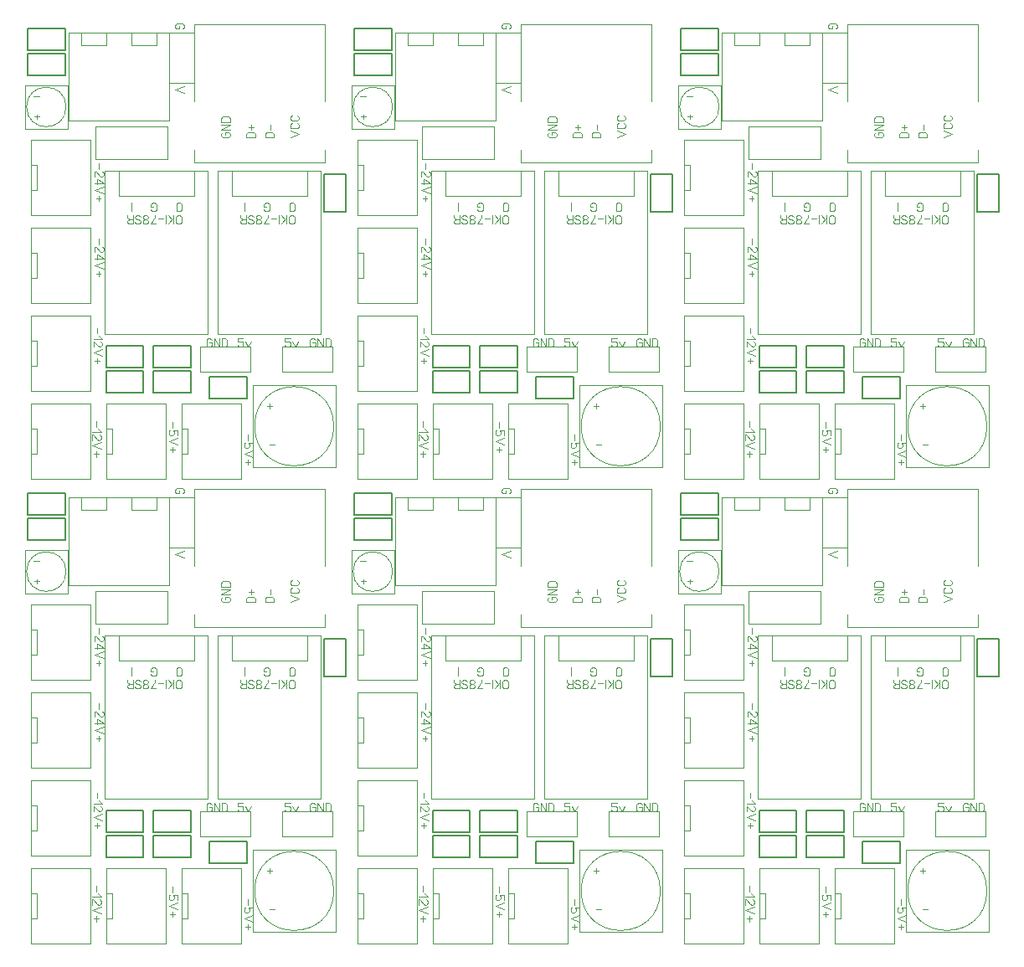
<source format=gbr>
%FSLAX34Y34*%
%MOMM*%
%LNCOPPER_BOTTOM*%
G71*
G01*
%ADD10C, 0.11*%
%ADD11C, 0.10*%
%ADD12C, 0.15*%
%LPD*%
G54D10*
X78403Y848992D02*
X78403Y843659D01*
G54D10*
X74514Y835882D02*
X74514Y841215D01*
X75069Y841215D01*
X76180Y840549D01*
X79514Y836549D01*
X80625Y835882D01*
X81736Y835882D01*
X82847Y836549D01*
X83403Y837882D01*
X83403Y839215D01*
X82847Y840549D01*
X81736Y841215D01*
G54D10*
X74514Y829438D02*
X83403Y829438D01*
X77847Y833438D01*
X76736Y833438D01*
X76736Y828105D01*
G54D10*
X83403Y825661D02*
X74514Y822328D01*
X83403Y818995D01*
G54D10*
X78403Y816550D02*
X78403Y811217D01*
G54D10*
X80625Y813884D02*
X76180Y813884D01*
G54D10*
X76914Y682625D02*
X76914Y677292D01*
G54D10*
X78580Y674848D02*
X81914Y671515D01*
X73025Y671515D01*
G54D10*
X73025Y663738D02*
X73025Y669071D01*
X73580Y669071D01*
X74692Y668404D01*
X78025Y664404D01*
X79136Y663738D01*
X80247Y663738D01*
X81358Y664404D01*
X81914Y665738D01*
X81914Y667071D01*
X81358Y668404D01*
X80247Y669071D01*
G54D10*
X81914Y661294D02*
X73025Y657961D01*
X81914Y654627D01*
G54D10*
X76914Y652183D02*
X76914Y646850D01*
G54D10*
X79136Y649516D02*
X74692Y649516D01*
G54D10*
X76019Y588322D02*
X76019Y582989D01*
G54D10*
X77685Y580545D02*
X81019Y577212D01*
X72130Y577212D01*
G54D10*
X72130Y569435D02*
X72130Y574768D01*
X72685Y574768D01*
X73796Y574102D01*
X77130Y570102D01*
X78241Y569435D01*
X79352Y569435D01*
X80463Y570102D01*
X81019Y571435D01*
X81019Y572768D01*
X80463Y574102D01*
X79352Y574768D01*
G54D10*
X81019Y566991D02*
X72130Y563658D01*
X81019Y560325D01*
G54D10*
X76019Y557880D02*
X76019Y552547D01*
G54D10*
X78241Y555214D02*
X73796Y555214D01*
G54D11*
X149225Y930275D02*
X149225Y981075D01*
X47625Y981075D01*
X47625Y930275D01*
G54D11*
X149225Y930275D02*
X149225Y892175D01*
X47625Y892175D01*
X47625Y930275D01*
G54D11*
X136525Y981075D02*
X136525Y968375D01*
X111125Y968375D01*
X111125Y981075D01*
G54D11*
X85725Y981075D02*
X85725Y968375D01*
X60325Y968375D01*
X60325Y981075D01*
G54D11*
X9525Y796925D02*
X69850Y796925D01*
G54D11*
X9525Y873125D02*
X69850Y873125D01*
X69850Y796925D01*
G54D11*
X9525Y796925D02*
X9525Y873125D01*
G54D11*
X9525Y822325D02*
X15875Y822325D01*
X15875Y847725D01*
X9525Y847725D01*
G54D11*
X9525Y708025D02*
X69850Y708025D01*
G54D11*
X9525Y784225D02*
X69850Y784225D01*
X69850Y708025D01*
G54D11*
X9525Y708025D02*
X9525Y784225D01*
G54D11*
X9525Y733425D02*
X15875Y733425D01*
X15875Y758825D01*
X9525Y758825D01*
G54D11*
X9525Y619125D02*
X69850Y619125D01*
G54D11*
X9525Y695325D02*
X69850Y695325D01*
X69850Y619125D01*
G54D11*
X9525Y619125D02*
X9525Y695325D01*
G54D11*
X9525Y644525D02*
X15875Y644525D01*
X15875Y669925D01*
X9525Y669925D01*
G54D11*
X188912Y841375D02*
X84138Y841375D01*
X84138Y676275D01*
X188912Y676275D01*
X188912Y841375D01*
G54D11*
X174625Y841375D02*
X174625Y815975D01*
X98425Y815975D01*
X98425Y841375D01*
G54D10*
X156592Y789703D02*
X156592Y795258D01*
X157258Y796369D01*
X158592Y796925D01*
X159925Y796925D01*
X161258Y796369D01*
X161925Y795258D01*
X161925Y789703D01*
X161258Y788592D01*
X159925Y788036D01*
X158592Y788036D01*
X157258Y788592D01*
X156592Y789703D01*
G54D10*
X154148Y796925D02*
X154148Y788036D01*
G54D10*
X154148Y794147D02*
X148815Y788036D01*
G54D10*
X152148Y792481D02*
X148815Y796925D01*
G54D10*
X146371Y796925D02*
X146371Y788036D01*
G54D10*
X143927Y793036D02*
X138594Y793036D01*
G54D10*
X136150Y788036D02*
X130817Y788036D01*
X131483Y789147D01*
X132817Y790814D01*
X134150Y793036D01*
X134817Y794703D01*
X134817Y796925D01*
G54D10*
X125040Y792481D02*
X126373Y792481D01*
X127706Y791925D01*
X128373Y790814D01*
X128373Y789703D01*
X127706Y788592D01*
X126373Y788036D01*
X125040Y788036D01*
X123706Y788592D01*
X123040Y789703D01*
X123040Y790814D01*
X123706Y791925D01*
X125040Y792481D01*
X123706Y793036D01*
X123040Y794147D01*
X123040Y795258D01*
X123706Y796369D01*
X125040Y796925D01*
X126373Y796925D01*
X127706Y796369D01*
X128373Y795258D01*
X128373Y794147D01*
X127706Y793036D01*
X126373Y792481D01*
G54D10*
X120596Y795258D02*
X119929Y796369D01*
X118596Y796925D01*
X117263Y796925D01*
X115929Y796369D01*
X115263Y795258D01*
X115263Y794147D01*
X115929Y793036D01*
X117263Y792481D01*
X118596Y792481D01*
X119929Y791925D01*
X120596Y790814D01*
X120596Y789703D01*
X119929Y788592D01*
X118596Y788036D01*
X117263Y788036D01*
X115929Y788592D01*
X115263Y789703D01*
G54D10*
X110152Y792481D02*
X108152Y793592D01*
X107486Y794703D01*
X107486Y796925D01*
G54D10*
X112819Y796925D02*
X112819Y788036D01*
X109486Y788036D01*
X108152Y788592D01*
X107486Y789703D01*
X107486Y790814D01*
X108152Y791925D01*
X109486Y792481D01*
X112819Y792481D01*
G54D10*
X156988Y802403D02*
X156988Y807958D01*
X157655Y809069D01*
X158988Y809625D01*
X160322Y809625D01*
X161655Y809069D01*
X162322Y807958D01*
X162322Y802403D01*
X161655Y801292D01*
X160322Y800736D01*
X158988Y800736D01*
X157655Y801292D01*
X156988Y802403D01*
G54D10*
X133858Y805181D02*
X131192Y805181D01*
X131192Y807958D01*
X131858Y809069D01*
X133192Y809625D01*
X134525Y809625D01*
X135858Y809069D01*
X136525Y807958D01*
X136525Y802403D01*
X135858Y801292D01*
X134525Y800736D01*
X133192Y800736D01*
X131858Y801292D01*
X131192Y802403D01*
G54D10*
X111125Y809625D02*
X111125Y800736D01*
G54D11*
X303212Y841375D02*
X198438Y841375D01*
X198438Y676275D01*
X303212Y676275D01*
X303212Y841375D01*
G54D11*
X288925Y841375D02*
X288925Y815975D01*
X212725Y815975D01*
X212725Y841375D01*
G54D10*
X270892Y789703D02*
X270892Y795258D01*
X271558Y796369D01*
X272892Y796925D01*
X274225Y796925D01*
X275558Y796369D01*
X276225Y795258D01*
X276225Y789703D01*
X275558Y788592D01*
X274225Y788036D01*
X272892Y788036D01*
X271558Y788592D01*
X270892Y789703D01*
G54D10*
X268448Y796925D02*
X268448Y788036D01*
G54D10*
X268448Y794147D02*
X263115Y788036D01*
G54D10*
X266448Y792481D02*
X263115Y796925D01*
G54D10*
X260671Y796925D02*
X260671Y788036D01*
G54D10*
X258227Y793036D02*
X252894Y793036D01*
G54D10*
X250450Y788036D02*
X245117Y788036D01*
X245783Y789147D01*
X247117Y790814D01*
X248450Y793036D01*
X249117Y794703D01*
X249117Y796925D01*
G54D10*
X239340Y792481D02*
X240673Y792481D01*
X242006Y791925D01*
X242673Y790814D01*
X242673Y789703D01*
X242006Y788592D01*
X240673Y788036D01*
X239340Y788036D01*
X238006Y788592D01*
X237340Y789703D01*
X237340Y790814D01*
X238006Y791925D01*
X239340Y792481D01*
X238006Y793036D01*
X237340Y794147D01*
X237340Y795258D01*
X238006Y796369D01*
X239340Y796925D01*
X240673Y796925D01*
X242006Y796369D01*
X242673Y795258D01*
X242673Y794147D01*
X242006Y793036D01*
X240673Y792481D01*
G54D10*
X234896Y795258D02*
X234229Y796369D01*
X232896Y796925D01*
X231563Y796925D01*
X230229Y796369D01*
X229563Y795258D01*
X229563Y794147D01*
X230229Y793036D01*
X231563Y792481D01*
X232896Y792481D01*
X234229Y791925D01*
X234896Y790814D01*
X234896Y789703D01*
X234229Y788592D01*
X232896Y788036D01*
X231563Y788036D01*
X230229Y788592D01*
X229563Y789703D01*
G54D10*
X224452Y792481D02*
X222452Y793592D01*
X221786Y794703D01*
X221786Y796925D01*
G54D10*
X227119Y796925D02*
X227119Y788036D01*
X223786Y788036D01*
X222452Y788592D01*
X221786Y789703D01*
X221786Y790814D01*
X222452Y791925D01*
X223786Y792481D01*
X227119Y792481D01*
G54D10*
X271288Y802403D02*
X271288Y807958D01*
X271955Y809069D01*
X273288Y809625D01*
X274622Y809625D01*
X275955Y809069D01*
X276622Y807958D01*
X276622Y802403D01*
X275955Y801292D01*
X274622Y800736D01*
X273288Y800736D01*
X271955Y801292D01*
X271288Y802403D01*
G54D10*
X248158Y805181D02*
X245492Y805181D01*
X245492Y807958D01*
X246158Y809069D01*
X247492Y809625D01*
X248825Y809625D01*
X250158Y809069D01*
X250825Y807958D01*
X250825Y802403D01*
X250158Y801292D01*
X248825Y800736D01*
X247492Y800736D01*
X246158Y801292D01*
X245492Y802403D01*
G54D10*
X225425Y809625D02*
X225425Y800736D01*
G54D11*
X75009Y886619D02*
X148034Y886619D01*
X148034Y853281D01*
X75009Y853281D01*
X75009Y886619D01*
G54D11*
X306983Y862806D02*
X306983Y850305D01*
X175419Y850305D01*
X175419Y862806D01*
G54D11*
X306983Y912019D02*
X306983Y990203D01*
X175419Y990203D01*
X175419Y912019D01*
G54D10*
X272099Y875506D02*
X280988Y878840D01*
X272099Y882173D01*
G54D10*
X279321Y889951D02*
X280432Y889284D01*
X280988Y887951D01*
X280988Y886617D01*
X280432Y885284D01*
X279321Y884617D01*
X273765Y884617D01*
X272654Y885284D01*
X272099Y886617D01*
X272099Y887951D01*
X272654Y889284D01*
X273765Y889951D01*
G54D10*
X279321Y897728D02*
X280432Y897061D01*
X280988Y895728D01*
X280988Y894394D01*
X280432Y893061D01*
X279321Y892394D01*
X273765Y892394D01*
X272654Y893061D01*
X272099Y894394D01*
X272099Y895728D01*
X272654Y897061D01*
X273765Y897728D01*
G54D10*
X255588Y875506D02*
X246699Y875506D01*
X246699Y878840D01*
X247254Y880173D01*
X248365Y880840D01*
X253921Y880840D01*
X255032Y880173D01*
X255588Y878840D01*
X255588Y875506D01*
G54D10*
X251699Y883283D02*
X251699Y888617D01*
G54D10*
X236538Y875506D02*
X227649Y875506D01*
X227649Y878840D01*
X228204Y880173D01*
X229315Y880840D01*
X234871Y880840D01*
X235982Y880173D01*
X236538Y878840D01*
X236538Y875506D01*
G54D10*
X232649Y883283D02*
X232649Y888617D01*
G54D10*
X230426Y885950D02*
X234871Y885950D01*
G54D10*
X206693Y878173D02*
X206693Y880840D01*
X209471Y880840D01*
X210582Y880173D01*
X211138Y878840D01*
X211138Y877506D01*
X210582Y876173D01*
X209471Y875506D01*
X203915Y875506D01*
X202804Y876173D01*
X202249Y877506D01*
X202249Y878840D01*
X202804Y880173D01*
X203915Y880840D01*
G54D10*
X211138Y883283D02*
X202249Y883283D01*
X211138Y888617D01*
X202249Y888617D01*
G54D10*
X211138Y891060D02*
X202249Y891060D01*
X202249Y894394D01*
X202804Y895727D01*
X203915Y896394D01*
X209471Y896394D01*
X210582Y895727D01*
X211138Y894394D01*
X211138Y891060D01*
G54D11*
X149225Y981075D02*
X174625Y981075D01*
X174625Y930275D01*
X149225Y930275D01*
X149225Y981075D01*
G54D10*
X229314Y574675D02*
X229314Y569342D01*
G54D10*
X234314Y561565D02*
X234314Y566898D01*
X230425Y566898D01*
X230425Y566231D01*
X230980Y564898D01*
X230980Y563565D01*
X230425Y562231D01*
X229314Y561565D01*
X227092Y561565D01*
X225980Y562231D01*
X225425Y563565D01*
X225425Y564898D01*
X225980Y566231D01*
X227092Y566898D01*
G54D10*
X234314Y559121D02*
X225425Y555788D01*
X234314Y552454D01*
G54D10*
X229314Y550010D02*
X229314Y544677D01*
G54D10*
X231536Y547343D02*
X227092Y547343D01*
G54D11*
X161925Y530225D02*
X222250Y530225D01*
G54D11*
X161925Y606425D02*
X222250Y606425D01*
X222250Y530225D01*
G54D11*
X161925Y530225D02*
X161925Y606425D01*
G54D11*
X161925Y555625D02*
X168275Y555625D01*
X168275Y581025D01*
X161925Y581025D01*
G54D11*
X9525Y530225D02*
X69850Y530225D01*
G54D11*
X9525Y606425D02*
X69850Y606425D01*
X69850Y530225D01*
G54D11*
X9525Y530225D02*
X9525Y606425D01*
G54D11*
X9525Y555625D02*
X15875Y555625D01*
X15875Y581025D01*
X9525Y581025D01*
G54D10*
X78403Y772792D02*
X78403Y767459D01*
G54D10*
X74514Y759682D02*
X74514Y765015D01*
X75069Y765015D01*
X76180Y764349D01*
X79514Y760349D01*
X80625Y759682D01*
X81736Y759682D01*
X82847Y760349D01*
X83403Y761682D01*
X83403Y763015D01*
X82847Y764349D01*
X81736Y765015D01*
G54D10*
X74514Y753238D02*
X83403Y753238D01*
X77847Y757238D01*
X76736Y757238D01*
X76736Y751905D01*
G54D10*
X83403Y749461D02*
X74514Y746128D01*
X83403Y742795D01*
G54D10*
X78403Y740350D02*
X78403Y735017D01*
G54D10*
X80625Y737684D02*
X76180Y737684D01*
G54D12*
X6375Y938325D02*
X6375Y960325D01*
X44375Y960325D01*
X44375Y938325D01*
X6375Y938325D01*
G54D12*
X6375Y963725D02*
X6375Y985725D01*
X44375Y985725D01*
X44375Y963725D01*
X6375Y963725D01*
G54D12*
X133375Y643050D02*
X133375Y665050D01*
X171375Y665050D01*
X171375Y643050D01*
X133375Y643050D01*
G54D12*
X133375Y617650D02*
X133375Y639650D01*
X171375Y639650D01*
X171375Y617650D01*
X133375Y617650D01*
G54D12*
X85750Y617650D02*
X85750Y639650D01*
X123750Y639650D01*
X123750Y617650D01*
X85750Y617650D01*
G54D12*
X85750Y643050D02*
X85750Y665050D01*
X123750Y665050D01*
X123750Y643050D01*
X85750Y643050D01*
G54D11*
X180975Y663575D02*
X231775Y663575D01*
X231775Y638175D01*
X180975Y638175D01*
X180975Y663575D01*
G54D12*
X306475Y838150D02*
X328475Y838150D01*
X328475Y800150D01*
X306475Y800150D01*
X306475Y838150D01*
G54D10*
X224408Y672464D02*
X219075Y672464D01*
X219075Y668575D01*
X219742Y668575D01*
X221075Y669131D01*
X222408Y669131D01*
X223742Y668575D01*
X224408Y667464D01*
X224408Y665242D01*
X223742Y664131D01*
X222408Y663575D01*
X221075Y663575D01*
X219742Y664131D01*
X219075Y665242D01*
G54D10*
X226852Y668575D02*
X229519Y663575D01*
X232185Y668575D01*
G54D10*
X189992Y668019D02*
X192658Y668019D01*
X192658Y665242D01*
X191992Y664131D01*
X190658Y663575D01*
X189325Y663575D01*
X187992Y664131D01*
X187325Y665242D01*
X187325Y670797D01*
X187992Y671908D01*
X189325Y672464D01*
X190658Y672464D01*
X191992Y671908D01*
X192658Y670797D01*
G54D10*
X195102Y663575D02*
X195102Y672464D01*
X200435Y663575D01*
X200435Y672464D01*
G54D10*
X202879Y663575D02*
X202879Y672464D01*
X206212Y672464D01*
X207546Y671908D01*
X208212Y670797D01*
X208212Y665242D01*
X207546Y664131D01*
X206212Y663575D01*
X202879Y663575D01*
G54D10*
X164464Y927100D02*
X155575Y923767D01*
X164464Y920433D01*
G54D10*
X160020Y987933D02*
X160020Y985267D01*
X157242Y985267D01*
X156130Y985933D01*
X155575Y987267D01*
X155575Y988600D01*
X156130Y989933D01*
X157242Y990600D01*
X162797Y990600D01*
X163908Y989933D01*
X164464Y988600D01*
X164464Y987267D01*
X163908Y985933D01*
X162797Y985267D01*
G54D11*
X85725Y530225D02*
X146050Y530225D01*
G54D11*
X85725Y606425D02*
X146050Y606425D01*
X146050Y530225D01*
G54D11*
X85725Y530225D02*
X85725Y606425D01*
G54D11*
X85725Y555625D02*
X92075Y555625D01*
X92075Y581025D01*
X85725Y581025D01*
G54D10*
X153114Y587375D02*
X153114Y582042D01*
G54D10*
X158114Y574265D02*
X158114Y579598D01*
X154225Y579598D01*
X154225Y578931D01*
X154780Y577598D01*
X154780Y576265D01*
X154225Y574931D01*
X153114Y574265D01*
X150892Y574265D01*
X149780Y574931D01*
X149225Y576265D01*
X149225Y577598D01*
X149780Y578931D01*
X150892Y579598D01*
G54D10*
X158114Y571821D02*
X149225Y568488D01*
X158114Y565154D01*
G54D10*
X153114Y562710D02*
X153114Y557377D01*
G54D10*
X155336Y560043D02*
X150892Y560043D01*
G54D11*
X234435Y541736D02*
X317779Y541736D01*
X317779Y625080D01*
X234435Y625080D01*
X234435Y541736D01*
G54D11*
G75*
G01X236107Y583408D02*
G03X236107Y583408I40000J0D01*
G01*
G54D10*
X256263Y564834D02*
X250930Y564834D01*
G54D10*
X253882Y603728D02*
X248549Y603728D01*
G54D10*
X251215Y601506D02*
X251215Y605950D01*
G54D12*
X190525Y611300D02*
X190525Y633300D01*
X228525Y633300D01*
X228525Y611300D01*
X190525Y611300D01*
G54D11*
X47030Y884436D02*
X3770Y884436D01*
X3770Y927695D01*
X47030Y927695D01*
X47030Y884436D01*
G54D11*
G75*
G01X5430Y906283D02*
G03X5430Y906283I20000J0D01*
G01*
G54D10*
X18455Y896422D02*
X13121Y896422D01*
G54D10*
X15788Y894200D02*
X15788Y898644D01*
G54D10*
X18058Y916663D02*
X12724Y916663D01*
G54D11*
X263525Y663575D02*
X314325Y663575D01*
X314325Y638175D01*
X263525Y638175D01*
X263525Y663575D01*
G54D10*
X294767Y668019D02*
X297433Y668019D01*
X297433Y665242D01*
X296767Y664131D01*
X295433Y663575D01*
X294100Y663575D01*
X292767Y664131D01*
X292100Y665242D01*
X292100Y670797D01*
X292767Y671908D01*
X294100Y672464D01*
X295433Y672464D01*
X296767Y671908D01*
X297433Y670797D01*
G54D10*
X299877Y663575D02*
X299877Y672464D01*
X305210Y663575D01*
X305210Y672464D01*
G54D10*
X307654Y663575D02*
X307654Y672464D01*
X310987Y672464D01*
X312321Y671908D01*
X312987Y670797D01*
X312987Y665242D01*
X312321Y664131D01*
X310987Y663575D01*
X307654Y663575D01*
G54D10*
X272033Y672464D02*
X266700Y672464D01*
X266700Y668575D01*
X267367Y668575D01*
X268700Y669131D01*
X270033Y669131D01*
X271367Y668575D01*
X272033Y667464D01*
X272033Y665242D01*
X271367Y664131D01*
X270033Y663575D01*
X268700Y663575D01*
X267367Y664131D01*
X266700Y665242D01*
G54D10*
X274477Y668575D02*
X277144Y663575D01*
X279810Y668575D01*
G54D10*
X408603Y848992D02*
X408603Y843659D01*
G54D10*
X404714Y835882D02*
X404714Y841215D01*
X405269Y841215D01*
X406380Y840548D01*
X409714Y836548D01*
X410825Y835882D01*
X411936Y835882D01*
X413047Y836548D01*
X413603Y837882D01*
X413603Y839215D01*
X413047Y840548D01*
X411936Y841215D01*
G54D10*
X404714Y829438D02*
X413603Y829438D01*
X408047Y833438D01*
X406936Y833438D01*
X406936Y828105D01*
G54D10*
X413603Y825661D02*
X404714Y822328D01*
X413603Y818994D01*
G54D10*
X408603Y816550D02*
X408603Y811217D01*
G54D10*
X410825Y813884D02*
X406380Y813884D01*
G54D10*
X407114Y682625D02*
X407114Y677292D01*
G54D10*
X408780Y674848D02*
X412114Y671515D01*
X403225Y671515D01*
G54D10*
X403225Y663738D02*
X403225Y669071D01*
X403780Y669071D01*
X404892Y668404D01*
X408225Y664404D01*
X409336Y663738D01*
X410447Y663738D01*
X411558Y664404D01*
X412114Y665738D01*
X412114Y667071D01*
X411558Y668404D01*
X410447Y669071D01*
G54D10*
X412114Y661294D02*
X403225Y657961D01*
X412114Y654627D01*
G54D10*
X407114Y652183D02*
X407114Y646850D01*
G54D10*
X409336Y649516D02*
X404892Y649516D01*
G54D10*
X406219Y588322D02*
X406219Y582989D01*
G54D10*
X407885Y580545D02*
X411219Y577212D01*
X402330Y577212D01*
G54D10*
X402330Y569435D02*
X402330Y574768D01*
X402885Y574768D01*
X403996Y574102D01*
X407330Y570102D01*
X408441Y569435D01*
X409552Y569435D01*
X410663Y570102D01*
X411219Y571435D01*
X411219Y572768D01*
X410663Y574102D01*
X409552Y574768D01*
G54D10*
X411219Y566991D02*
X402330Y563658D01*
X411219Y560325D01*
G54D10*
X406219Y557880D02*
X406219Y552547D01*
G54D10*
X408441Y555214D02*
X403996Y555214D01*
G54D11*
X479425Y930275D02*
X479425Y981075D01*
X377825Y981075D01*
X377825Y930275D01*
G54D11*
X479425Y930275D02*
X479425Y892175D01*
X377825Y892175D01*
X377825Y930275D01*
G54D11*
X466725Y981075D02*
X466725Y968375D01*
X441325Y968375D01*
X441325Y981075D01*
G54D11*
X415925Y981075D02*
X415925Y968375D01*
X390525Y968375D01*
X390525Y981075D01*
G54D11*
X339725Y796925D02*
X400050Y796925D01*
G54D11*
X339725Y873125D02*
X400050Y873125D01*
X400050Y796925D01*
G54D11*
X339725Y796925D02*
X339725Y873125D01*
G54D11*
X339725Y822325D02*
X346075Y822325D01*
X346075Y847725D01*
X339725Y847725D01*
G54D11*
X339725Y708025D02*
X400050Y708025D01*
G54D11*
X339725Y784225D02*
X400050Y784225D01*
X400050Y708025D01*
G54D11*
X339725Y708025D02*
X339725Y784225D01*
G54D11*
X339725Y733425D02*
X346075Y733425D01*
X346075Y758825D01*
X339725Y758825D01*
G54D11*
X339725Y619125D02*
X400050Y619125D01*
G54D11*
X339725Y695325D02*
X400050Y695325D01*
X400050Y619125D01*
G54D11*
X339725Y619125D02*
X339725Y695325D01*
G54D11*
X339725Y644525D02*
X346075Y644525D01*
X346075Y669925D01*
X339725Y669925D01*
G54D11*
X519112Y841375D02*
X414338Y841375D01*
X414338Y676275D01*
X519112Y676275D01*
X519112Y841375D01*
G54D11*
X504825Y841375D02*
X504825Y815975D01*
X428625Y815975D01*
X428625Y841375D01*
G54D10*
X486792Y789703D02*
X486792Y795258D01*
X487458Y796369D01*
X488792Y796925D01*
X490125Y796925D01*
X491458Y796369D01*
X492125Y795258D01*
X492125Y789703D01*
X491458Y788592D01*
X490125Y788036D01*
X488792Y788036D01*
X487458Y788592D01*
X486792Y789703D01*
G54D10*
X484348Y796925D02*
X484348Y788036D01*
G54D10*
X484348Y794147D02*
X479015Y788036D01*
G54D10*
X482348Y792481D02*
X479015Y796925D01*
G54D10*
X476571Y796925D02*
X476571Y788036D01*
G54D10*
X474127Y793036D02*
X468794Y793036D01*
G54D10*
X466350Y788036D02*
X461017Y788036D01*
X461683Y789147D01*
X463017Y790814D01*
X464350Y793036D01*
X465017Y794703D01*
X465017Y796925D01*
G54D10*
X455240Y792481D02*
X456573Y792481D01*
X457906Y791925D01*
X458573Y790814D01*
X458573Y789703D01*
X457906Y788592D01*
X456573Y788036D01*
X455240Y788036D01*
X453906Y788592D01*
X453240Y789703D01*
X453240Y790814D01*
X453906Y791925D01*
X455240Y792481D01*
X453906Y793036D01*
X453240Y794147D01*
X453240Y795258D01*
X453906Y796369D01*
X455240Y796925D01*
X456573Y796925D01*
X457906Y796369D01*
X458573Y795258D01*
X458573Y794147D01*
X457906Y793036D01*
X456573Y792481D01*
G54D10*
X450796Y795258D02*
X450129Y796369D01*
X448796Y796925D01*
X447463Y796925D01*
X446129Y796369D01*
X445463Y795258D01*
X445463Y794147D01*
X446129Y793036D01*
X447463Y792481D01*
X448796Y792481D01*
X450129Y791925D01*
X450796Y790814D01*
X450796Y789703D01*
X450129Y788592D01*
X448796Y788036D01*
X447463Y788036D01*
X446129Y788592D01*
X445463Y789703D01*
G54D10*
X440352Y792481D02*
X438352Y793592D01*
X437686Y794703D01*
X437686Y796925D01*
G54D10*
X443019Y796925D02*
X443019Y788036D01*
X439686Y788036D01*
X438352Y788592D01*
X437686Y789703D01*
X437686Y790814D01*
X438352Y791925D01*
X439686Y792481D01*
X443019Y792481D01*
G54D10*
X487188Y802403D02*
X487188Y807958D01*
X487855Y809069D01*
X489188Y809625D01*
X490522Y809625D01*
X491855Y809069D01*
X492522Y807958D01*
X492522Y802403D01*
X491855Y801292D01*
X490522Y800736D01*
X489188Y800736D01*
X487855Y801292D01*
X487188Y802403D01*
G54D10*
X464058Y805181D02*
X461392Y805181D01*
X461392Y807958D01*
X462058Y809069D01*
X463392Y809625D01*
X464725Y809625D01*
X466058Y809069D01*
X466725Y807958D01*
X466725Y802403D01*
X466058Y801292D01*
X464725Y800736D01*
X463392Y800736D01*
X462058Y801292D01*
X461392Y802403D01*
G54D10*
X441325Y809625D02*
X441325Y800736D01*
G54D11*
X633412Y841375D02*
X528638Y841375D01*
X528638Y676275D01*
X633412Y676275D01*
X633412Y841375D01*
G54D11*
X619125Y841375D02*
X619125Y815975D01*
X542925Y815975D01*
X542925Y841375D01*
G54D10*
X601092Y789703D02*
X601092Y795258D01*
X601758Y796369D01*
X603092Y796925D01*
X604425Y796925D01*
X605758Y796369D01*
X606425Y795258D01*
X606425Y789703D01*
X605758Y788592D01*
X604425Y788036D01*
X603092Y788036D01*
X601758Y788592D01*
X601092Y789703D01*
G54D10*
X598648Y796925D02*
X598648Y788036D01*
G54D10*
X598648Y794147D02*
X593315Y788036D01*
G54D10*
X596648Y792481D02*
X593315Y796925D01*
G54D10*
X590871Y796925D02*
X590871Y788036D01*
G54D10*
X588427Y793036D02*
X583094Y793036D01*
G54D10*
X580650Y788036D02*
X575317Y788036D01*
X575983Y789147D01*
X577317Y790814D01*
X578650Y793036D01*
X579317Y794703D01*
X579317Y796925D01*
G54D10*
X569540Y792481D02*
X570873Y792481D01*
X572206Y791925D01*
X572873Y790814D01*
X572873Y789703D01*
X572206Y788592D01*
X570873Y788036D01*
X569540Y788036D01*
X568206Y788592D01*
X567540Y789703D01*
X567540Y790814D01*
X568206Y791925D01*
X569540Y792481D01*
X568206Y793036D01*
X567540Y794147D01*
X567540Y795258D01*
X568206Y796369D01*
X569540Y796925D01*
X570873Y796925D01*
X572206Y796369D01*
X572873Y795258D01*
X572873Y794147D01*
X572206Y793036D01*
X570873Y792481D01*
G54D10*
X565096Y795258D02*
X564429Y796369D01*
X563096Y796925D01*
X561763Y796925D01*
X560429Y796369D01*
X559763Y795258D01*
X559763Y794147D01*
X560429Y793036D01*
X561763Y792481D01*
X563096Y792481D01*
X564429Y791925D01*
X565096Y790814D01*
X565096Y789703D01*
X564429Y788592D01*
X563096Y788036D01*
X561763Y788036D01*
X560429Y788592D01*
X559763Y789703D01*
G54D10*
X554652Y792481D02*
X552652Y793592D01*
X551986Y794703D01*
X551986Y796925D01*
G54D10*
X557319Y796925D02*
X557319Y788036D01*
X553986Y788036D01*
X552652Y788592D01*
X551986Y789703D01*
X551986Y790814D01*
X552652Y791925D01*
X553986Y792481D01*
X557319Y792481D01*
G54D10*
X601488Y802403D02*
X601488Y807958D01*
X602155Y809069D01*
X603488Y809625D01*
X604822Y809625D01*
X606155Y809069D01*
X606822Y807958D01*
X606822Y802403D01*
X606155Y801292D01*
X604822Y800736D01*
X603488Y800736D01*
X602155Y801292D01*
X601488Y802403D01*
G54D10*
X578358Y805181D02*
X575692Y805181D01*
X575692Y807958D01*
X576358Y809069D01*
X577692Y809625D01*
X579025Y809625D01*
X580358Y809069D01*
X581025Y807958D01*
X581025Y802403D01*
X580358Y801292D01*
X579025Y800736D01*
X577692Y800736D01*
X576358Y801292D01*
X575692Y802403D01*
G54D10*
X555625Y809625D02*
X555625Y800736D01*
G54D11*
X405209Y886619D02*
X478234Y886619D01*
X478234Y853281D01*
X405209Y853281D01*
X405209Y886619D01*
G54D11*
X637183Y862806D02*
X637183Y850305D01*
X505619Y850305D01*
X505619Y862806D01*
G54D11*
X637183Y912019D02*
X637183Y990203D01*
X505619Y990203D01*
X505619Y912019D01*
G54D10*
X602299Y875506D02*
X611188Y878840D01*
X602299Y882173D01*
G54D10*
X609521Y889950D02*
X610632Y889284D01*
X611188Y887950D01*
X611188Y886617D01*
X610632Y885284D01*
X609521Y884617D01*
X603965Y884617D01*
X602854Y885284D01*
X602299Y886617D01*
X602299Y887950D01*
X602854Y889284D01*
X603965Y889950D01*
G54D10*
X609521Y897728D02*
X610632Y897061D01*
X611188Y895728D01*
X611188Y894394D01*
X610632Y893061D01*
X609521Y892394D01*
X603965Y892394D01*
X602854Y893061D01*
X602299Y894394D01*
X602299Y895728D01*
X602854Y897061D01*
X603965Y897728D01*
G54D10*
X585788Y875506D02*
X576899Y875506D01*
X576899Y878840D01*
X577454Y880173D01*
X578565Y880840D01*
X584121Y880840D01*
X585232Y880173D01*
X585788Y878840D01*
X585788Y875506D01*
G54D10*
X581899Y883283D02*
X581899Y888616D01*
G54D10*
X566738Y875506D02*
X557849Y875506D01*
X557849Y878840D01*
X558404Y880173D01*
X559515Y880840D01*
X565071Y880840D01*
X566182Y880173D01*
X566738Y878840D01*
X566738Y875506D01*
G54D10*
X562849Y883283D02*
X562849Y888616D01*
G54D10*
X560626Y885950D02*
X565071Y885950D01*
G54D10*
X536893Y878173D02*
X536893Y880840D01*
X539671Y880840D01*
X540782Y880173D01*
X541338Y878840D01*
X541338Y877506D01*
X540782Y876173D01*
X539671Y875506D01*
X534115Y875506D01*
X533004Y876173D01*
X532449Y877506D01*
X532449Y878840D01*
X533004Y880173D01*
X534115Y880840D01*
G54D10*
X541338Y883283D02*
X532449Y883283D01*
X541338Y888616D01*
X532449Y888617D01*
G54D10*
X541338Y891060D02*
X532449Y891060D01*
X532449Y894394D01*
X533004Y895727D01*
X534115Y896394D01*
X539671Y896394D01*
X540782Y895727D01*
X541338Y894394D01*
X541338Y891060D01*
G54D11*
X479425Y981075D02*
X504825Y981075D01*
X504825Y930275D01*
X479425Y930275D01*
X479425Y981075D01*
G54D10*
X559514Y574675D02*
X559514Y569342D01*
G54D10*
X564514Y561565D02*
X564514Y566898D01*
X560625Y566898D01*
X560625Y566231D01*
X561180Y564898D01*
X561180Y563565D01*
X560625Y562231D01*
X559514Y561565D01*
X557292Y561565D01*
X556180Y562231D01*
X555625Y563565D01*
X555625Y564898D01*
X556180Y566231D01*
X557292Y566898D01*
G54D10*
X564514Y559121D02*
X555625Y555788D01*
X564514Y552454D01*
G54D10*
X559514Y550010D02*
X559514Y544677D01*
G54D10*
X561736Y547343D02*
X557292Y547343D01*
G54D11*
X492125Y530225D02*
X552450Y530225D01*
G54D11*
X492125Y606425D02*
X552450Y606425D01*
X552450Y530225D01*
G54D11*
X492125Y530225D02*
X492125Y606425D01*
G54D11*
X492125Y555625D02*
X498475Y555625D01*
X498475Y581025D01*
X492125Y581025D01*
G54D11*
X339725Y530225D02*
X400050Y530225D01*
G54D11*
X339725Y606425D02*
X400050Y606425D01*
X400050Y530225D01*
G54D11*
X339725Y530225D02*
X339725Y606425D01*
G54D11*
X339725Y555625D02*
X346075Y555625D01*
X346075Y581025D01*
X339725Y581025D01*
G54D10*
X408603Y772792D02*
X408603Y767459D01*
G54D10*
X404714Y759682D02*
X404714Y765015D01*
X405269Y765015D01*
X406380Y764348D01*
X409714Y760348D01*
X410825Y759682D01*
X411936Y759682D01*
X413047Y760348D01*
X413603Y761682D01*
X413603Y763015D01*
X413047Y764348D01*
X411936Y765015D01*
G54D10*
X404714Y753238D02*
X413603Y753238D01*
X408047Y757238D01*
X406936Y757238D01*
X406936Y751905D01*
G54D10*
X413603Y749461D02*
X404714Y746128D01*
X413603Y742794D01*
G54D10*
X408603Y740350D02*
X408603Y735017D01*
G54D10*
X410825Y737684D02*
X406380Y737684D01*
G54D12*
X336575Y938325D02*
X336575Y960325D01*
X374575Y960325D01*
X374575Y938325D01*
X336575Y938325D01*
G54D12*
X336575Y963725D02*
X336575Y985725D01*
X374575Y985725D01*
X374575Y963725D01*
X336575Y963725D01*
G54D12*
X463575Y643050D02*
X463575Y665050D01*
X501575Y665050D01*
X501575Y643050D01*
X463575Y643050D01*
G54D12*
X463575Y617650D02*
X463575Y639650D01*
X501575Y639650D01*
X501575Y617650D01*
X463575Y617650D01*
G54D12*
X415950Y617650D02*
X415950Y639650D01*
X453950Y639650D01*
X453950Y617650D01*
X415950Y617650D01*
G54D12*
X415950Y643050D02*
X415950Y665050D01*
X453950Y665050D01*
X453950Y643050D01*
X415950Y643050D01*
G54D11*
X511175Y663575D02*
X561975Y663575D01*
X561975Y638175D01*
X511175Y638175D01*
X511175Y663575D01*
G54D12*
X636675Y838150D02*
X658675Y838150D01*
X658675Y800150D01*
X636675Y800150D01*
X636675Y838150D01*
G54D10*
X554608Y672464D02*
X549275Y672464D01*
X549275Y668575D01*
X549942Y668575D01*
X551275Y669131D01*
X552608Y669131D01*
X553942Y668575D01*
X554608Y667464D01*
X554608Y665242D01*
X553942Y664131D01*
X552608Y663575D01*
X551275Y663575D01*
X549942Y664131D01*
X549275Y665242D01*
G54D10*
X557052Y668575D02*
X559719Y663575D01*
X562385Y668575D01*
G54D10*
X520192Y668019D02*
X522858Y668019D01*
X522858Y665242D01*
X522192Y664131D01*
X520858Y663575D01*
X519525Y663575D01*
X518192Y664131D01*
X517525Y665242D01*
X517525Y670797D01*
X518192Y671908D01*
X519525Y672464D01*
X520858Y672464D01*
X522192Y671908D01*
X522858Y670797D01*
G54D10*
X525302Y663575D02*
X525302Y672464D01*
X530635Y663575D01*
X530635Y672464D01*
G54D10*
X533079Y663575D02*
X533079Y672464D01*
X536412Y672464D01*
X537746Y671908D01*
X538412Y670797D01*
X538412Y665242D01*
X537746Y664131D01*
X536412Y663575D01*
X533079Y663575D01*
G54D10*
X494664Y927100D02*
X485775Y923767D01*
X494664Y920433D01*
G54D10*
X490220Y987933D02*
X490220Y985267D01*
X487442Y985267D01*
X486330Y985933D01*
X485775Y987267D01*
X485775Y988600D01*
X486330Y989933D01*
X487442Y990600D01*
X492997Y990600D01*
X494108Y989933D01*
X494664Y988600D01*
X494664Y987267D01*
X494108Y985933D01*
X492997Y985267D01*
G54D11*
X415925Y530225D02*
X476250Y530225D01*
G54D11*
X415925Y606425D02*
X476250Y606425D01*
X476250Y530225D01*
G54D11*
X415925Y530225D02*
X415925Y606425D01*
G54D11*
X415925Y555625D02*
X422275Y555625D01*
X422275Y581025D01*
X415925Y581025D01*
G54D10*
X483314Y587375D02*
X483314Y582042D01*
G54D10*
X488314Y574265D02*
X488314Y579598D01*
X484425Y579598D01*
X484425Y578931D01*
X484980Y577598D01*
X484980Y576265D01*
X484425Y574931D01*
X483314Y574265D01*
X481092Y574265D01*
X479980Y574931D01*
X479425Y576265D01*
X479425Y577598D01*
X479980Y578931D01*
X481092Y579598D01*
G54D10*
X488314Y571821D02*
X479425Y568488D01*
X488314Y565154D01*
G54D10*
X483314Y562710D02*
X483314Y557377D01*
G54D10*
X485536Y560043D02*
X481092Y560043D01*
G54D11*
X564635Y541736D02*
X647979Y541736D01*
X647979Y625080D01*
X564635Y625080D01*
X564635Y541736D01*
G54D11*
G75*
G01X566307Y583408D02*
G03X566307Y583408I40000J0D01*
G01*
G54D10*
X586463Y564834D02*
X581130Y564834D01*
G54D10*
X584082Y603728D02*
X578749Y603728D01*
G54D10*
X581415Y601506D02*
X581415Y605950D01*
G54D12*
X520725Y611300D02*
X520725Y633300D01*
X558725Y633300D01*
X558725Y611300D01*
X520725Y611300D01*
G54D11*
X377230Y884436D02*
X333970Y884436D01*
X333970Y927695D01*
X377230Y927695D01*
X377230Y884436D01*
G54D11*
G75*
G01X335630Y906283D02*
G03X335630Y906283I20000J0D01*
G01*
G54D10*
X348655Y896422D02*
X343321Y896422D01*
G54D10*
X345988Y894200D02*
X345988Y898644D01*
G54D10*
X348258Y916663D02*
X342924Y916663D01*
G54D11*
X593725Y663575D02*
X644525Y663575D01*
X644525Y638175D01*
X593725Y638175D01*
X593725Y663575D01*
G54D10*
X624967Y668019D02*
X627633Y668019D01*
X627633Y665242D01*
X626967Y664131D01*
X625633Y663575D01*
X624300Y663575D01*
X622967Y664131D01*
X622300Y665242D01*
X622300Y670797D01*
X622967Y671908D01*
X624300Y672464D01*
X625633Y672464D01*
X626967Y671908D01*
X627633Y670797D01*
G54D10*
X630077Y663575D02*
X630077Y672464D01*
X635410Y663575D01*
X635410Y672464D01*
G54D10*
X637854Y663575D02*
X637854Y672464D01*
X641187Y672464D01*
X642521Y671908D01*
X643187Y670797D01*
X643187Y665242D01*
X642521Y664131D01*
X641187Y663575D01*
X637854Y663575D01*
G54D10*
X602233Y672464D02*
X596900Y672464D01*
X596900Y668575D01*
X597567Y668575D01*
X598900Y669131D01*
X600233Y669131D01*
X601567Y668575D01*
X602233Y667464D01*
X602233Y665242D01*
X601567Y664131D01*
X600233Y663575D01*
X598900Y663575D01*
X597567Y664131D01*
X596900Y665242D01*
G54D10*
X604677Y668575D02*
X607344Y663575D01*
X610010Y668575D01*
G54D10*
X738803Y848992D02*
X738803Y843659D01*
G54D10*
X734914Y835882D02*
X734914Y841215D01*
X735469Y841215D01*
X736580Y840548D01*
X739914Y836548D01*
X741025Y835882D01*
X742136Y835882D01*
X743247Y836548D01*
X743803Y837882D01*
X743803Y839215D01*
X743247Y840548D01*
X742136Y841215D01*
G54D10*
X734914Y829438D02*
X743803Y829438D01*
X738247Y833438D01*
X737136Y833438D01*
X737136Y828105D01*
G54D10*
X743803Y825661D02*
X734914Y822328D01*
X743803Y818994D01*
G54D10*
X738803Y816550D02*
X738803Y811217D01*
G54D10*
X741025Y813884D02*
X736580Y813884D01*
G54D10*
X737314Y682625D02*
X737314Y677292D01*
G54D10*
X738980Y674848D02*
X742314Y671515D01*
X733425Y671515D01*
G54D10*
X733425Y663738D02*
X733425Y669071D01*
X733980Y669071D01*
X735092Y668404D01*
X738425Y664404D01*
X739536Y663738D01*
X740647Y663738D01*
X741758Y664404D01*
X742314Y665738D01*
X742314Y667071D01*
X741758Y668404D01*
X740647Y669071D01*
G54D10*
X742314Y661294D02*
X733425Y657961D01*
X742314Y654627D01*
G54D10*
X737314Y652183D02*
X737314Y646850D01*
G54D10*
X739536Y649516D02*
X735092Y649516D01*
G54D10*
X736419Y588322D02*
X736419Y582989D01*
G54D10*
X738085Y580545D02*
X741419Y577212D01*
X732530Y577212D01*
G54D10*
X732530Y569435D02*
X732530Y574768D01*
X733085Y574768D01*
X734196Y574102D01*
X737530Y570102D01*
X738641Y569435D01*
X739752Y569435D01*
X740863Y570102D01*
X741419Y571435D01*
X741419Y572768D01*
X740863Y574102D01*
X739752Y574768D01*
G54D10*
X741419Y566991D02*
X732530Y563658D01*
X741419Y560325D01*
G54D10*
X736419Y557880D02*
X736419Y552547D01*
G54D10*
X738641Y555214D02*
X734196Y555214D01*
G54D11*
X809625Y930275D02*
X809625Y981075D01*
X708025Y981075D01*
X708025Y930275D01*
G54D11*
X809625Y930275D02*
X809625Y892175D01*
X708025Y892175D01*
X708025Y930275D01*
G54D11*
X796925Y981075D02*
X796925Y968375D01*
X771525Y968375D01*
X771525Y981075D01*
G54D11*
X746125Y981075D02*
X746125Y968375D01*
X720725Y968375D01*
X720725Y981075D01*
G54D11*
X669925Y796925D02*
X730250Y796925D01*
G54D11*
X669925Y873125D02*
X730250Y873125D01*
X730250Y796925D01*
G54D11*
X669925Y796925D02*
X669925Y873125D01*
G54D11*
X669925Y822325D02*
X676275Y822325D01*
X676275Y847725D01*
X669925Y847725D01*
G54D11*
X669925Y708025D02*
X730250Y708025D01*
G54D11*
X669925Y784225D02*
X730250Y784225D01*
X730250Y708025D01*
G54D11*
X669925Y708025D02*
X669925Y784225D01*
G54D11*
X669925Y733425D02*
X676275Y733425D01*
X676275Y758825D01*
X669925Y758825D01*
G54D11*
X669925Y619125D02*
X730250Y619125D01*
G54D11*
X669925Y695325D02*
X730250Y695325D01*
X730250Y619125D01*
G54D11*
X669925Y619125D02*
X669925Y695325D01*
G54D11*
X669925Y644525D02*
X676275Y644525D01*
X676275Y669925D01*
X669925Y669925D01*
G54D11*
X849312Y841375D02*
X744538Y841375D01*
X744538Y676275D01*
X849312Y676275D01*
X849312Y841375D01*
G54D11*
X835025Y841375D02*
X835025Y815975D01*
X758825Y815975D01*
X758825Y841375D01*
G54D10*
X816992Y789703D02*
X816992Y795258D01*
X817658Y796369D01*
X818992Y796925D01*
X820325Y796925D01*
X821658Y796369D01*
X822325Y795258D01*
X822325Y789703D01*
X821658Y788592D01*
X820325Y788036D01*
X818992Y788036D01*
X817658Y788592D01*
X816992Y789703D01*
G54D10*
X814548Y796925D02*
X814548Y788036D01*
G54D10*
X814548Y794147D02*
X809215Y788036D01*
G54D10*
X812548Y792481D02*
X809215Y796925D01*
G54D10*
X806771Y796925D02*
X806771Y788036D01*
G54D10*
X804327Y793036D02*
X798994Y793036D01*
G54D10*
X796550Y788036D02*
X791217Y788036D01*
X791883Y789147D01*
X793217Y790814D01*
X794550Y793036D01*
X795217Y794703D01*
X795217Y796925D01*
G54D10*
X785440Y792481D02*
X786773Y792481D01*
X788106Y791925D01*
X788773Y790814D01*
X788773Y789703D01*
X788106Y788592D01*
X786773Y788036D01*
X785440Y788036D01*
X784106Y788592D01*
X783440Y789703D01*
X783440Y790814D01*
X784106Y791925D01*
X785440Y792481D01*
X784106Y793036D01*
X783440Y794147D01*
X783440Y795258D01*
X784106Y796369D01*
X785440Y796925D01*
X786773Y796925D01*
X788106Y796369D01*
X788773Y795258D01*
X788773Y794147D01*
X788106Y793036D01*
X786773Y792481D01*
G54D10*
X780996Y795258D02*
X780329Y796369D01*
X778996Y796925D01*
X777663Y796925D01*
X776329Y796369D01*
X775663Y795258D01*
X775663Y794147D01*
X776329Y793036D01*
X777663Y792481D01*
X778996Y792481D01*
X780329Y791925D01*
X780996Y790814D01*
X780996Y789703D01*
X780329Y788592D01*
X778996Y788036D01*
X777663Y788036D01*
X776329Y788592D01*
X775663Y789703D01*
G54D10*
X770552Y792481D02*
X768552Y793592D01*
X767886Y794703D01*
X767886Y796925D01*
G54D10*
X773219Y796925D02*
X773219Y788036D01*
X769886Y788036D01*
X768552Y788592D01*
X767886Y789703D01*
X767886Y790814D01*
X768552Y791925D01*
X769886Y792481D01*
X773219Y792481D01*
G54D10*
X817388Y802403D02*
X817388Y807958D01*
X818055Y809069D01*
X819388Y809625D01*
X820722Y809625D01*
X822055Y809069D01*
X822722Y807958D01*
X822722Y802403D01*
X822055Y801292D01*
X820722Y800736D01*
X819388Y800736D01*
X818055Y801292D01*
X817388Y802403D01*
G54D10*
X794258Y805181D02*
X791592Y805181D01*
X791592Y807958D01*
X792258Y809069D01*
X793592Y809625D01*
X794925Y809625D01*
X796258Y809069D01*
X796925Y807958D01*
X796925Y802403D01*
X796258Y801292D01*
X794925Y800736D01*
X793592Y800736D01*
X792258Y801292D01*
X791592Y802403D01*
G54D10*
X771525Y809625D02*
X771525Y800736D01*
G54D11*
X963612Y841375D02*
X858838Y841375D01*
X858838Y676275D01*
X963612Y676275D01*
X963612Y841375D01*
G54D11*
X949325Y841375D02*
X949325Y815975D01*
X873125Y815975D01*
X873125Y841375D01*
G54D10*
X931292Y789703D02*
X931292Y795258D01*
X931958Y796369D01*
X933292Y796925D01*
X934625Y796925D01*
X935958Y796369D01*
X936625Y795258D01*
X936625Y789703D01*
X935958Y788592D01*
X934625Y788036D01*
X933292Y788036D01*
X931958Y788592D01*
X931292Y789703D01*
G54D10*
X928848Y796925D02*
X928848Y788036D01*
G54D10*
X928848Y794147D02*
X923515Y788036D01*
G54D10*
X926848Y792481D02*
X923515Y796925D01*
G54D10*
X921071Y796925D02*
X921071Y788036D01*
G54D10*
X918627Y793036D02*
X913294Y793036D01*
G54D10*
X910850Y788036D02*
X905517Y788036D01*
X906183Y789147D01*
X907517Y790814D01*
X908850Y793036D01*
X909517Y794703D01*
X909517Y796925D01*
G54D10*
X899740Y792481D02*
X901073Y792481D01*
X902406Y791925D01*
X903073Y790814D01*
X903073Y789703D01*
X902406Y788592D01*
X901073Y788036D01*
X899740Y788036D01*
X898406Y788592D01*
X897740Y789703D01*
X897740Y790814D01*
X898406Y791925D01*
X899740Y792481D01*
X898406Y793036D01*
X897740Y794147D01*
X897740Y795258D01*
X898406Y796369D01*
X899740Y796925D01*
X901073Y796925D01*
X902406Y796369D01*
X903073Y795258D01*
X903073Y794147D01*
X902406Y793036D01*
X901073Y792481D01*
G54D10*
X895296Y795258D02*
X894629Y796369D01*
X893296Y796925D01*
X891963Y796925D01*
X890629Y796369D01*
X889963Y795258D01*
X889963Y794147D01*
X890629Y793036D01*
X891963Y792481D01*
X893296Y792481D01*
X894629Y791925D01*
X895296Y790814D01*
X895296Y789703D01*
X894629Y788592D01*
X893296Y788036D01*
X891963Y788036D01*
X890629Y788592D01*
X889963Y789703D01*
G54D10*
X884852Y792481D02*
X882852Y793592D01*
X882186Y794703D01*
X882186Y796925D01*
G54D10*
X887519Y796925D02*
X887519Y788036D01*
X884186Y788036D01*
X882852Y788592D01*
X882186Y789703D01*
X882186Y790814D01*
X882852Y791925D01*
X884186Y792481D01*
X887519Y792481D01*
G54D10*
X931688Y802403D02*
X931688Y807958D01*
X932355Y809069D01*
X933688Y809625D01*
X935022Y809625D01*
X936355Y809069D01*
X937022Y807958D01*
X937022Y802403D01*
X936355Y801292D01*
X935022Y800736D01*
X933688Y800736D01*
X932355Y801292D01*
X931688Y802403D01*
G54D10*
X908558Y805181D02*
X905892Y805181D01*
X905892Y807958D01*
X906558Y809069D01*
X907892Y809625D01*
X909225Y809625D01*
X910558Y809069D01*
X911225Y807958D01*
X911225Y802403D01*
X910558Y801292D01*
X909225Y800736D01*
X907892Y800736D01*
X906558Y801292D01*
X905892Y802403D01*
G54D10*
X885825Y809625D02*
X885825Y800736D01*
G54D11*
X735409Y886619D02*
X808434Y886619D01*
X808434Y853281D01*
X735409Y853281D01*
X735409Y886619D01*
G54D11*
X967383Y862806D02*
X967383Y850305D01*
X835819Y850305D01*
X835819Y862806D01*
G54D11*
X967383Y912019D02*
X967383Y990203D01*
X835819Y990203D01*
X835819Y912019D01*
G54D10*
X932499Y875506D02*
X941388Y878840D01*
X932499Y882173D01*
G54D10*
X939721Y889950D02*
X940832Y889284D01*
X941388Y887950D01*
X941388Y886617D01*
X940832Y885284D01*
X939721Y884617D01*
X934165Y884617D01*
X933054Y885284D01*
X932499Y886617D01*
X932499Y887950D01*
X933054Y889284D01*
X934165Y889950D01*
G54D10*
X939721Y897728D02*
X940832Y897061D01*
X941388Y895728D01*
X941388Y894394D01*
X940832Y893061D01*
X939721Y892394D01*
X934165Y892394D01*
X933054Y893061D01*
X932499Y894394D01*
X932499Y895728D01*
X933054Y897061D01*
X934165Y897728D01*
G54D10*
X915988Y875506D02*
X907099Y875506D01*
X907099Y878840D01*
X907654Y880173D01*
X908765Y880840D01*
X914321Y880840D01*
X915432Y880173D01*
X915988Y878840D01*
X915988Y875506D01*
G54D10*
X912099Y883283D02*
X912099Y888616D01*
G54D10*
X896938Y875506D02*
X888049Y875506D01*
X888049Y878840D01*
X888604Y880173D01*
X889715Y880840D01*
X895271Y880840D01*
X896382Y880173D01*
X896938Y878840D01*
X896938Y875506D01*
G54D10*
X893049Y883283D02*
X893049Y888616D01*
G54D10*
X890826Y885950D02*
X895271Y885950D01*
G54D10*
X867093Y878173D02*
X867093Y880840D01*
X869871Y880840D01*
X870982Y880173D01*
X871538Y878840D01*
X871538Y877506D01*
X870982Y876173D01*
X869871Y875506D01*
X864315Y875506D01*
X863204Y876173D01*
X862649Y877506D01*
X862649Y878840D01*
X863204Y880173D01*
X864315Y880840D01*
G54D10*
X871538Y883283D02*
X862649Y883283D01*
X871538Y888616D01*
X862649Y888617D01*
G54D10*
X871538Y891060D02*
X862649Y891060D01*
X862649Y894394D01*
X863204Y895727D01*
X864315Y896394D01*
X869871Y896394D01*
X870982Y895727D01*
X871538Y894394D01*
X871538Y891060D01*
G54D11*
X809625Y981075D02*
X835025Y981075D01*
X835025Y930275D01*
X809625Y930275D01*
X809625Y981075D01*
G54D10*
X889714Y574675D02*
X889714Y569342D01*
G54D10*
X894714Y561565D02*
X894714Y566898D01*
X890825Y566898D01*
X890825Y566231D01*
X891380Y564898D01*
X891380Y563565D01*
X890825Y562231D01*
X889714Y561565D01*
X887492Y561565D01*
X886380Y562231D01*
X885825Y563565D01*
X885825Y564898D01*
X886380Y566231D01*
X887492Y566898D01*
G54D10*
X894714Y559121D02*
X885825Y555788D01*
X894714Y552454D01*
G54D10*
X889714Y550010D02*
X889714Y544677D01*
G54D10*
X891936Y547343D02*
X887492Y547343D01*
G54D11*
X822325Y530225D02*
X882650Y530225D01*
G54D11*
X822325Y606425D02*
X882650Y606425D01*
X882650Y530225D01*
G54D11*
X822325Y530225D02*
X822325Y606425D01*
G54D11*
X822325Y555625D02*
X828675Y555625D01*
X828675Y581025D01*
X822325Y581025D01*
G54D11*
X669925Y530225D02*
X730250Y530225D01*
G54D11*
X669925Y606425D02*
X730250Y606425D01*
X730250Y530225D01*
G54D11*
X669925Y530225D02*
X669925Y606425D01*
G54D11*
X669925Y555625D02*
X676275Y555625D01*
X676275Y581025D01*
X669925Y581025D01*
G54D10*
X738803Y772792D02*
X738803Y767459D01*
G54D10*
X734914Y759682D02*
X734914Y765015D01*
X735469Y765015D01*
X736580Y764348D01*
X739914Y760348D01*
X741025Y759682D01*
X742136Y759682D01*
X743247Y760348D01*
X743803Y761682D01*
X743803Y763015D01*
X743247Y764348D01*
X742136Y765015D01*
G54D10*
X734914Y753238D02*
X743803Y753238D01*
X738247Y757238D01*
X737136Y757238D01*
X737136Y751905D01*
G54D10*
X743803Y749461D02*
X734914Y746128D01*
X743803Y742794D01*
G54D10*
X738803Y740350D02*
X738803Y735017D01*
G54D10*
X741025Y737684D02*
X736580Y737684D01*
G54D12*
X666775Y938325D02*
X666775Y960325D01*
X704775Y960325D01*
X704775Y938325D01*
X666775Y938325D01*
G54D12*
X666775Y963725D02*
X666775Y985725D01*
X704775Y985725D01*
X704775Y963725D01*
X666775Y963725D01*
G54D12*
X793775Y643050D02*
X793775Y665050D01*
X831775Y665050D01*
X831775Y643050D01*
X793775Y643050D01*
G54D12*
X793775Y617650D02*
X793775Y639650D01*
X831775Y639650D01*
X831775Y617650D01*
X793775Y617650D01*
G54D12*
X746150Y617650D02*
X746150Y639650D01*
X784150Y639650D01*
X784150Y617650D01*
X746150Y617650D01*
G54D12*
X746150Y643050D02*
X746150Y665050D01*
X784150Y665050D01*
X784150Y643050D01*
X746150Y643050D01*
G54D11*
X841375Y663575D02*
X892175Y663575D01*
X892175Y638175D01*
X841375Y638175D01*
X841375Y663575D01*
G54D12*
X966875Y838150D02*
X988875Y838150D01*
X988875Y800150D01*
X966875Y800150D01*
X966875Y838150D01*
G54D10*
X884808Y672464D02*
X879475Y672464D01*
X879475Y668575D01*
X880142Y668575D01*
X881475Y669131D01*
X882808Y669131D01*
X884142Y668575D01*
X884808Y667464D01*
X884808Y665242D01*
X884142Y664131D01*
X882808Y663575D01*
X881475Y663575D01*
X880142Y664131D01*
X879475Y665242D01*
G54D10*
X887252Y668575D02*
X889919Y663575D01*
X892585Y668575D01*
G54D10*
X850392Y668019D02*
X853058Y668019D01*
X853058Y665242D01*
X852392Y664131D01*
X851058Y663575D01*
X849725Y663575D01*
X848392Y664131D01*
X847725Y665242D01*
X847725Y670797D01*
X848392Y671908D01*
X849725Y672464D01*
X851058Y672464D01*
X852392Y671908D01*
X853058Y670797D01*
G54D10*
X855502Y663575D02*
X855502Y672464D01*
X860835Y663575D01*
X860835Y672464D01*
G54D10*
X863279Y663575D02*
X863279Y672464D01*
X866612Y672464D01*
X867946Y671908D01*
X868612Y670797D01*
X868612Y665242D01*
X867946Y664131D01*
X866612Y663575D01*
X863279Y663575D01*
G54D10*
X824864Y927100D02*
X815975Y923767D01*
X824864Y920433D01*
G54D10*
X820420Y987933D02*
X820420Y985267D01*
X817642Y985267D01*
X816530Y985933D01*
X815975Y987267D01*
X815975Y988600D01*
X816530Y989933D01*
X817642Y990600D01*
X823197Y990600D01*
X824308Y989933D01*
X824864Y988600D01*
X824864Y987267D01*
X824308Y985933D01*
X823197Y985267D01*
G54D11*
X746125Y530225D02*
X806450Y530225D01*
G54D11*
X746125Y606425D02*
X806450Y606425D01*
X806450Y530225D01*
G54D11*
X746125Y530225D02*
X746125Y606425D01*
G54D11*
X746125Y555625D02*
X752475Y555625D01*
X752475Y581025D01*
X746125Y581025D01*
G54D10*
X813514Y587375D02*
X813514Y582042D01*
G54D10*
X818514Y574265D02*
X818514Y579598D01*
X814625Y579598D01*
X814625Y578931D01*
X815180Y577598D01*
X815180Y576265D01*
X814625Y574931D01*
X813514Y574265D01*
X811292Y574265D01*
X810180Y574931D01*
X809625Y576265D01*
X809625Y577598D01*
X810180Y578931D01*
X811292Y579598D01*
G54D10*
X818514Y571821D02*
X809625Y568488D01*
X818514Y565154D01*
G54D10*
X813514Y562710D02*
X813514Y557377D01*
G54D10*
X815736Y560043D02*
X811292Y560043D01*
G54D11*
X894835Y541736D02*
X978179Y541736D01*
X978179Y625080D01*
X894835Y625080D01*
X894835Y541736D01*
G54D11*
G75*
G01X896507Y583408D02*
G03X896507Y583408I40000J0D01*
G01*
G54D10*
X916663Y564834D02*
X911330Y564834D01*
G54D10*
X914282Y603728D02*
X908949Y603728D01*
G54D10*
X911615Y601506D02*
X911615Y605950D01*
G54D12*
X850925Y611300D02*
X850925Y633300D01*
X888925Y633300D01*
X888925Y611300D01*
X850925Y611300D01*
G54D11*
X707430Y884436D02*
X664170Y884436D01*
X664170Y927695D01*
X707430Y927695D01*
X707430Y884436D01*
G54D11*
G75*
G01X665830Y906283D02*
G03X665830Y906283I20000J0D01*
G01*
G54D10*
X678855Y896422D02*
X673521Y896422D01*
G54D10*
X676188Y894200D02*
X676188Y898644D01*
G54D10*
X678458Y916663D02*
X673124Y916663D01*
G54D11*
X923925Y663575D02*
X974725Y663575D01*
X974725Y638175D01*
X923925Y638175D01*
X923925Y663575D01*
G54D10*
X955167Y668019D02*
X957833Y668019D01*
X957833Y665242D01*
X957167Y664131D01*
X955833Y663575D01*
X954500Y663575D01*
X953167Y664131D01*
X952500Y665242D01*
X952500Y670797D01*
X953167Y671908D01*
X954500Y672464D01*
X955833Y672464D01*
X957167Y671908D01*
X957833Y670797D01*
G54D10*
X960277Y663575D02*
X960277Y672464D01*
X965610Y663575D01*
X965610Y672464D01*
G54D10*
X968054Y663575D02*
X968054Y672464D01*
X971387Y672464D01*
X972721Y671908D01*
X973387Y670797D01*
X973387Y665242D01*
X972721Y664131D01*
X971387Y663575D01*
X968054Y663575D01*
G54D10*
X932433Y672464D02*
X927100Y672464D01*
X927100Y668575D01*
X927767Y668575D01*
X929100Y669131D01*
X930433Y669131D01*
X931767Y668575D01*
X932433Y667464D01*
X932433Y665242D01*
X931767Y664131D01*
X930433Y663575D01*
X929100Y663575D01*
X927767Y664131D01*
X927100Y665242D01*
G54D10*
X934877Y668575D02*
X937544Y663575D01*
X940210Y668575D01*
G54D10*
X78403Y379092D02*
X78403Y373759D01*
G54D10*
X74514Y365982D02*
X74514Y371315D01*
X75069Y371315D01*
X76180Y370648D01*
X79514Y366648D01*
X80625Y365982D01*
X81736Y365982D01*
X82847Y366648D01*
X83403Y367982D01*
X83403Y369315D01*
X82847Y370648D01*
X81736Y371315D01*
G54D10*
X74514Y359538D02*
X83403Y359538D01*
X77847Y363538D01*
X76736Y363538D01*
X76736Y358205D01*
G54D10*
X83403Y355761D02*
X74514Y352428D01*
X83403Y349094D01*
G54D10*
X78403Y346650D02*
X78403Y341317D01*
G54D10*
X80625Y343984D02*
X76180Y343984D01*
G54D10*
X76914Y212725D02*
X76914Y207392D01*
G54D10*
X78580Y204948D02*
X81914Y201615D01*
X73025Y201615D01*
G54D10*
X73025Y193838D02*
X73025Y199171D01*
X73580Y199171D01*
X74692Y198504D01*
X78025Y194504D01*
X79136Y193838D01*
X80247Y193838D01*
X81358Y194504D01*
X81914Y195838D01*
X81914Y197171D01*
X81358Y198504D01*
X80247Y199171D01*
G54D10*
X81914Y191394D02*
X73025Y188061D01*
X81914Y184727D01*
G54D10*
X76914Y182283D02*
X76914Y176950D01*
G54D10*
X79136Y179616D02*
X74692Y179616D01*
G54D10*
X76019Y118422D02*
X76019Y113089D01*
G54D10*
X77685Y110645D02*
X81019Y107312D01*
X72130Y107312D01*
G54D10*
X72130Y99535D02*
X72130Y104868D01*
X72685Y104868D01*
X73796Y104202D01*
X77130Y100202D01*
X78241Y99535D01*
X79352Y99535D01*
X80463Y100202D01*
X81019Y101535D01*
X81019Y102868D01*
X80463Y104202D01*
X79352Y104868D01*
G54D10*
X81019Y97091D02*
X72130Y93758D01*
X81019Y90425D01*
G54D10*
X76019Y87980D02*
X76019Y82647D01*
G54D10*
X78241Y85314D02*
X73796Y85314D01*
G54D11*
X149225Y460375D02*
X149225Y511175D01*
X47625Y511175D01*
X47625Y460375D01*
G54D11*
X149225Y460375D02*
X149225Y422275D01*
X47625Y422275D01*
X47625Y460375D01*
G54D11*
X136525Y511175D02*
X136525Y498475D01*
X111125Y498475D01*
X111125Y511175D01*
G54D11*
X85725Y511175D02*
X85725Y498475D01*
X60325Y498475D01*
X60325Y511175D01*
G54D11*
X9525Y327025D02*
X69850Y327025D01*
G54D11*
X9525Y403225D02*
X69850Y403225D01*
X69850Y327025D01*
G54D11*
X9525Y327025D02*
X9525Y403225D01*
G54D11*
X9525Y352425D02*
X15875Y352425D01*
X15875Y377825D01*
X9525Y377825D01*
G54D11*
X9525Y238125D02*
X69850Y238125D01*
G54D11*
X9525Y314325D02*
X69850Y314325D01*
X69850Y238125D01*
G54D11*
X9525Y238125D02*
X9525Y314325D01*
G54D11*
X9525Y263525D02*
X15875Y263525D01*
X15875Y288925D01*
X9525Y288925D01*
G54D11*
X9525Y149225D02*
X69850Y149225D01*
G54D11*
X9525Y225425D02*
X69850Y225425D01*
X69850Y149225D01*
G54D11*
X9525Y149225D02*
X9525Y225425D01*
G54D11*
X9525Y174625D02*
X15875Y174625D01*
X15875Y200025D01*
X9525Y200025D01*
G54D11*
X188912Y371475D02*
X84138Y371475D01*
X84138Y206375D01*
X188912Y206375D01*
X188912Y371475D01*
G54D11*
X174625Y371475D02*
X174625Y346075D01*
X98425Y346075D01*
X98425Y371475D01*
G54D10*
X156592Y319803D02*
X156592Y325358D01*
X157258Y326469D01*
X158592Y327025D01*
X159925Y327025D01*
X161258Y326469D01*
X161925Y325358D01*
X161925Y319803D01*
X161258Y318692D01*
X159925Y318136D01*
X158592Y318136D01*
X157258Y318692D01*
X156592Y319803D01*
G54D10*
X154148Y327025D02*
X154148Y318136D01*
G54D10*
X154148Y324247D02*
X148815Y318136D01*
G54D10*
X152148Y322581D02*
X148815Y327025D01*
G54D10*
X146371Y327025D02*
X146371Y318136D01*
G54D10*
X143927Y323136D02*
X138594Y323136D01*
G54D10*
X136150Y318136D02*
X130817Y318136D01*
X131483Y319247D01*
X132817Y320914D01*
X134150Y323136D01*
X134817Y324803D01*
X134817Y327025D01*
G54D10*
X125040Y322581D02*
X126373Y322581D01*
X127706Y322025D01*
X128373Y320914D01*
X128373Y319803D01*
X127706Y318692D01*
X126373Y318136D01*
X125040Y318136D01*
X123706Y318692D01*
X123040Y319803D01*
X123040Y320914D01*
X123706Y322025D01*
X125040Y322581D01*
X123706Y323136D01*
X123040Y324247D01*
X123040Y325358D01*
X123706Y326469D01*
X125040Y327025D01*
X126373Y327025D01*
X127706Y326469D01*
X128373Y325358D01*
X128373Y324247D01*
X127706Y323136D01*
X126373Y322581D01*
G54D10*
X120596Y325358D02*
X119929Y326469D01*
X118596Y327025D01*
X117263Y327025D01*
X115929Y326469D01*
X115263Y325358D01*
X115263Y324247D01*
X115929Y323136D01*
X117263Y322581D01*
X118596Y322581D01*
X119929Y322025D01*
X120596Y320914D01*
X120596Y319803D01*
X119929Y318692D01*
X118596Y318136D01*
X117263Y318136D01*
X115929Y318692D01*
X115263Y319803D01*
G54D10*
X110152Y322581D02*
X108152Y323692D01*
X107486Y324803D01*
X107486Y327025D01*
G54D10*
X112819Y327025D02*
X112819Y318136D01*
X109486Y318136D01*
X108152Y318692D01*
X107486Y319803D01*
X107486Y320914D01*
X108152Y322025D01*
X109486Y322581D01*
X112819Y322581D01*
G54D10*
X156988Y332503D02*
X156988Y338058D01*
X157655Y339169D01*
X158988Y339725D01*
X160322Y339725D01*
X161655Y339169D01*
X162322Y338058D01*
X162322Y332503D01*
X161655Y331392D01*
X160322Y330836D01*
X158988Y330836D01*
X157655Y331392D01*
X156988Y332503D01*
G54D10*
X133858Y335281D02*
X131192Y335281D01*
X131192Y338058D01*
X131858Y339169D01*
X133192Y339725D01*
X134525Y339725D01*
X135858Y339169D01*
X136525Y338058D01*
X136525Y332503D01*
X135858Y331392D01*
X134525Y330836D01*
X133192Y330836D01*
X131858Y331392D01*
X131192Y332503D01*
G54D10*
X111125Y339725D02*
X111125Y330836D01*
G54D11*
X303212Y371475D02*
X198438Y371475D01*
X198438Y206375D01*
X303212Y206375D01*
X303212Y371475D01*
G54D11*
X288925Y371475D02*
X288925Y346075D01*
X212725Y346075D01*
X212725Y371475D01*
G54D10*
X270892Y319803D02*
X270892Y325358D01*
X271558Y326469D01*
X272892Y327025D01*
X274225Y327025D01*
X275558Y326469D01*
X276225Y325358D01*
X276225Y319803D01*
X275558Y318692D01*
X274225Y318136D01*
X272892Y318136D01*
X271558Y318692D01*
X270892Y319803D01*
G54D10*
X268448Y327025D02*
X268448Y318136D01*
G54D10*
X268448Y324247D02*
X263115Y318136D01*
G54D10*
X266448Y322581D02*
X263115Y327025D01*
G54D10*
X260671Y327025D02*
X260671Y318136D01*
G54D10*
X258227Y323136D02*
X252894Y323136D01*
G54D10*
X250450Y318136D02*
X245117Y318136D01*
X245783Y319247D01*
X247117Y320914D01*
X248450Y323136D01*
X249117Y324803D01*
X249117Y327025D01*
G54D10*
X239340Y322581D02*
X240673Y322581D01*
X242006Y322025D01*
X242673Y320914D01*
X242673Y319803D01*
X242006Y318692D01*
X240673Y318136D01*
X239340Y318136D01*
X238006Y318692D01*
X237340Y319803D01*
X237340Y320914D01*
X238006Y322025D01*
X239340Y322581D01*
X238006Y323136D01*
X237340Y324247D01*
X237340Y325358D01*
X238006Y326469D01*
X239340Y327025D01*
X240673Y327025D01*
X242006Y326469D01*
X242673Y325358D01*
X242673Y324247D01*
X242006Y323136D01*
X240673Y322581D01*
G54D10*
X234896Y325358D02*
X234229Y326469D01*
X232896Y327025D01*
X231563Y327025D01*
X230229Y326469D01*
X229563Y325358D01*
X229563Y324247D01*
X230229Y323136D01*
X231563Y322581D01*
X232896Y322581D01*
X234229Y322025D01*
X234896Y320914D01*
X234896Y319803D01*
X234229Y318692D01*
X232896Y318136D01*
X231563Y318136D01*
X230229Y318692D01*
X229563Y319803D01*
G54D10*
X224452Y322581D02*
X222452Y323692D01*
X221786Y324803D01*
X221786Y327025D01*
G54D10*
X227119Y327025D02*
X227119Y318136D01*
X223786Y318136D01*
X222452Y318692D01*
X221786Y319803D01*
X221786Y320914D01*
X222452Y322025D01*
X223786Y322581D01*
X227119Y322581D01*
G54D10*
X271288Y332503D02*
X271288Y338058D01*
X271955Y339169D01*
X273288Y339725D01*
X274622Y339725D01*
X275955Y339169D01*
X276622Y338058D01*
X276622Y332503D01*
X275955Y331392D01*
X274622Y330836D01*
X273288Y330836D01*
X271955Y331392D01*
X271288Y332503D01*
G54D10*
X248158Y335281D02*
X245492Y335281D01*
X245492Y338058D01*
X246158Y339169D01*
X247492Y339725D01*
X248825Y339725D01*
X250158Y339169D01*
X250825Y338058D01*
X250825Y332503D01*
X250158Y331392D01*
X248825Y330836D01*
X247492Y330836D01*
X246158Y331392D01*
X245492Y332503D01*
G54D10*
X225425Y339725D02*
X225425Y330836D01*
G54D11*
X75009Y416719D02*
X148034Y416719D01*
X148034Y383381D01*
X75009Y383381D01*
X75009Y416719D01*
G54D11*
X306983Y392906D02*
X306983Y380405D01*
X175419Y380405D01*
X175419Y392906D01*
G54D11*
X306983Y442119D02*
X306983Y520303D01*
X175419Y520303D01*
X175419Y442119D01*
G54D10*
X272099Y405606D02*
X280988Y408940D01*
X272099Y412273D01*
G54D10*
X279321Y420050D02*
X280432Y419384D01*
X280988Y418050D01*
X280988Y416717D01*
X280432Y415384D01*
X279321Y414717D01*
X273765Y414717D01*
X272654Y415384D01*
X272099Y416717D01*
X272099Y418050D01*
X272654Y419384D01*
X273765Y420050D01*
G54D10*
X279321Y427828D02*
X280432Y427161D01*
X280988Y425828D01*
X280988Y424494D01*
X280432Y423161D01*
X279321Y422494D01*
X273765Y422494D01*
X272654Y423161D01*
X272099Y424494D01*
X272099Y425828D01*
X272654Y427161D01*
X273765Y427828D01*
G54D10*
X255588Y405606D02*
X246699Y405606D01*
X246699Y408940D01*
X247254Y410273D01*
X248365Y410940D01*
X253921Y410940D01*
X255032Y410273D01*
X255588Y408940D01*
X255588Y405606D01*
G54D10*
X251699Y413383D02*
X251699Y418716D01*
G54D10*
X236538Y405606D02*
X227649Y405606D01*
X227649Y408940D01*
X228204Y410273D01*
X229315Y410940D01*
X234871Y410940D01*
X235982Y410273D01*
X236538Y408940D01*
X236538Y405606D01*
G54D10*
X232649Y413383D02*
X232649Y418716D01*
G54D10*
X230426Y416050D02*
X234871Y416050D01*
G54D10*
X206693Y408273D02*
X206693Y410940D01*
X209471Y410940D01*
X210582Y410273D01*
X211138Y408940D01*
X211138Y407606D01*
X210582Y406273D01*
X209471Y405606D01*
X203915Y405606D01*
X202804Y406273D01*
X202249Y407606D01*
X202249Y408940D01*
X202804Y410273D01*
X203915Y410940D01*
G54D10*
X211138Y413383D02*
X202249Y413383D01*
X211138Y418716D01*
X202249Y418717D01*
G54D10*
X211138Y421160D02*
X202249Y421160D01*
X202249Y424494D01*
X202804Y425827D01*
X203915Y426494D01*
X209471Y426494D01*
X210582Y425827D01*
X211138Y424494D01*
X211138Y421160D01*
G54D11*
X149225Y511175D02*
X174625Y511175D01*
X174625Y460375D01*
X149225Y460375D01*
X149225Y511175D01*
G54D10*
X229314Y104775D02*
X229314Y99442D01*
G54D10*
X234314Y91665D02*
X234314Y96998D01*
X230425Y96998D01*
X230425Y96331D01*
X230980Y94998D01*
X230980Y93665D01*
X230425Y92331D01*
X229314Y91665D01*
X227092Y91665D01*
X225980Y92331D01*
X225425Y93665D01*
X225425Y94998D01*
X225980Y96331D01*
X227092Y96998D01*
G54D10*
X234314Y89221D02*
X225425Y85888D01*
X234314Y82554D01*
G54D10*
X229314Y80110D02*
X229314Y74777D01*
G54D10*
X231536Y77443D02*
X227092Y77443D01*
G54D11*
X161925Y60325D02*
X222250Y60325D01*
G54D11*
X161925Y136525D02*
X222250Y136525D01*
X222250Y60325D01*
G54D11*
X161925Y60325D02*
X161925Y136525D01*
G54D11*
X161925Y85725D02*
X168275Y85725D01*
X168275Y111125D01*
X161925Y111125D01*
G54D11*
X9525Y60325D02*
X69850Y60325D01*
G54D11*
X9525Y136525D02*
X69850Y136525D01*
X69850Y60325D01*
G54D11*
X9525Y60325D02*
X9525Y136525D01*
G54D11*
X9525Y85725D02*
X15875Y85725D01*
X15875Y111125D01*
X9525Y111125D01*
G54D10*
X78403Y302892D02*
X78403Y297559D01*
G54D10*
X74514Y289782D02*
X74514Y295115D01*
X75069Y295115D01*
X76180Y294448D01*
X79514Y290448D01*
X80625Y289782D01*
X81736Y289782D01*
X82847Y290448D01*
X83403Y291782D01*
X83403Y293115D01*
X82847Y294448D01*
X81736Y295115D01*
G54D10*
X74514Y283338D02*
X83403Y283338D01*
X77847Y287338D01*
X76736Y287338D01*
X76736Y282005D01*
G54D10*
X83403Y279561D02*
X74514Y276228D01*
X83403Y272894D01*
G54D10*
X78403Y270450D02*
X78403Y265117D01*
G54D10*
X80625Y267784D02*
X76180Y267784D01*
G54D12*
X6375Y468425D02*
X6375Y490425D01*
X44375Y490425D01*
X44375Y468425D01*
X6375Y468425D01*
G54D12*
X6375Y493825D02*
X6375Y515825D01*
X44375Y515825D01*
X44375Y493825D01*
X6375Y493825D01*
G54D12*
X133375Y173150D02*
X133375Y195150D01*
X171375Y195150D01*
X171375Y173150D01*
X133375Y173150D01*
G54D12*
X133375Y147750D02*
X133375Y169750D01*
X171375Y169750D01*
X171375Y147750D01*
X133375Y147750D01*
G54D12*
X85750Y147750D02*
X85750Y169750D01*
X123750Y169750D01*
X123750Y147750D01*
X85750Y147750D01*
G54D12*
X85750Y173150D02*
X85750Y195150D01*
X123750Y195150D01*
X123750Y173150D01*
X85750Y173150D01*
G54D11*
X180975Y193675D02*
X231775Y193675D01*
X231775Y168275D01*
X180975Y168275D01*
X180975Y193675D01*
G54D12*
X306475Y368250D02*
X328475Y368250D01*
X328475Y330250D01*
X306475Y330250D01*
X306475Y368250D01*
G54D10*
X224408Y202564D02*
X219075Y202564D01*
X219075Y198675D01*
X219742Y198675D01*
X221075Y199231D01*
X222408Y199231D01*
X223742Y198675D01*
X224408Y197564D01*
X224408Y195342D01*
X223742Y194231D01*
X222408Y193675D01*
X221075Y193675D01*
X219742Y194231D01*
X219075Y195342D01*
G54D10*
X226852Y198675D02*
X229519Y193675D01*
X232185Y198675D01*
G54D10*
X189992Y198119D02*
X192658Y198119D01*
X192658Y195342D01*
X191992Y194231D01*
X190658Y193675D01*
X189325Y193675D01*
X187992Y194231D01*
X187325Y195342D01*
X187325Y200897D01*
X187992Y202008D01*
X189325Y202564D01*
X190658Y202564D01*
X191992Y202008D01*
X192658Y200897D01*
G54D10*
X195102Y193675D02*
X195102Y202564D01*
X200435Y193675D01*
X200435Y202564D01*
G54D10*
X202879Y193675D02*
X202879Y202564D01*
X206212Y202564D01*
X207546Y202008D01*
X208212Y200897D01*
X208212Y195342D01*
X207546Y194231D01*
X206212Y193675D01*
X202879Y193675D01*
G54D10*
X164464Y457200D02*
X155575Y453867D01*
X164464Y450533D01*
G54D10*
X160020Y518033D02*
X160020Y515367D01*
X157242Y515367D01*
X156130Y516033D01*
X155575Y517367D01*
X155575Y518700D01*
X156130Y520033D01*
X157242Y520700D01*
X162797Y520700D01*
X163908Y520033D01*
X164464Y518700D01*
X164464Y517367D01*
X163908Y516033D01*
X162797Y515367D01*
G54D11*
X85725Y60325D02*
X146050Y60325D01*
G54D11*
X85725Y136525D02*
X146050Y136525D01*
X146050Y60325D01*
G54D11*
X85725Y60325D02*
X85725Y136525D01*
G54D11*
X85725Y85725D02*
X92075Y85725D01*
X92075Y111125D01*
X85725Y111125D01*
G54D10*
X153114Y117475D02*
X153114Y112142D01*
G54D10*
X158114Y104365D02*
X158114Y109698D01*
X154225Y109698D01*
X154225Y109031D01*
X154780Y107698D01*
X154780Y106365D01*
X154225Y105031D01*
X153114Y104365D01*
X150892Y104365D01*
X149780Y105031D01*
X149225Y106365D01*
X149225Y107698D01*
X149780Y109031D01*
X150892Y109698D01*
G54D10*
X158114Y101921D02*
X149225Y98588D01*
X158114Y95254D01*
G54D10*
X153114Y92810D02*
X153114Y87477D01*
G54D10*
X155336Y90143D02*
X150892Y90143D01*
G54D11*
X234435Y71836D02*
X317779Y71836D01*
X317779Y155180D01*
X234435Y155180D01*
X234435Y71836D01*
G54D11*
G75*
G01X236107Y113508D02*
G03X236107Y113508I40000J0D01*
G01*
G54D10*
X256263Y94934D02*
X250930Y94934D01*
G54D10*
X253882Y133828D02*
X248549Y133828D01*
G54D10*
X251215Y131606D02*
X251215Y136050D01*
G54D12*
X190525Y141400D02*
X190525Y163400D01*
X228525Y163400D01*
X228525Y141400D01*
X190525Y141400D01*
G54D11*
X47030Y414536D02*
X3770Y414536D01*
X3770Y457795D01*
X47030Y457795D01*
X47030Y414536D01*
G54D11*
G75*
G01X5430Y436383D02*
G03X5430Y436383I20000J0D01*
G01*
G54D10*
X18455Y426522D02*
X13121Y426522D01*
G54D10*
X15788Y424300D02*
X15788Y428744D01*
G54D10*
X18058Y446763D02*
X12724Y446763D01*
G54D11*
X263525Y193675D02*
X314325Y193675D01*
X314325Y168275D01*
X263525Y168275D01*
X263525Y193675D01*
G54D10*
X294767Y198119D02*
X297433Y198119D01*
X297433Y195342D01*
X296767Y194231D01*
X295433Y193675D01*
X294100Y193675D01*
X292767Y194231D01*
X292100Y195342D01*
X292100Y200897D01*
X292767Y202008D01*
X294100Y202564D01*
X295433Y202564D01*
X296767Y202008D01*
X297433Y200897D01*
G54D10*
X299877Y193675D02*
X299877Y202564D01*
X305210Y193675D01*
X305210Y202564D01*
G54D10*
X307654Y193675D02*
X307654Y202564D01*
X310987Y202564D01*
X312321Y202008D01*
X312987Y200897D01*
X312987Y195342D01*
X312321Y194231D01*
X310987Y193675D01*
X307654Y193675D01*
G54D10*
X272033Y202564D02*
X266700Y202564D01*
X266700Y198675D01*
X267367Y198675D01*
X268700Y199231D01*
X270033Y199231D01*
X271367Y198675D01*
X272033Y197564D01*
X272033Y195342D01*
X271367Y194231D01*
X270033Y193675D01*
X268700Y193675D01*
X267367Y194231D01*
X266700Y195342D01*
G54D10*
X274477Y198675D02*
X277144Y193675D01*
X279810Y198675D01*
G54D10*
X408603Y379092D02*
X408603Y373759D01*
G54D10*
X404714Y365982D02*
X404714Y371315D01*
X405269Y371315D01*
X406380Y370648D01*
X409714Y366648D01*
X410825Y365982D01*
X411936Y365982D01*
X413047Y366648D01*
X413603Y367982D01*
X413603Y369315D01*
X413047Y370648D01*
X411936Y371315D01*
G54D10*
X404714Y359538D02*
X413603Y359538D01*
X408047Y363538D01*
X406936Y363538D01*
X406936Y358205D01*
G54D10*
X413603Y355761D02*
X404714Y352428D01*
X413603Y349094D01*
G54D10*
X408603Y346650D02*
X408603Y341317D01*
G54D10*
X410825Y343984D02*
X406380Y343984D01*
G54D10*
X407114Y212725D02*
X407114Y207392D01*
G54D10*
X408780Y204948D02*
X412114Y201615D01*
X403225Y201615D01*
G54D10*
X403225Y193838D02*
X403225Y199171D01*
X403780Y199171D01*
X404892Y198504D01*
X408225Y194504D01*
X409336Y193838D01*
X410447Y193838D01*
X411558Y194504D01*
X412114Y195838D01*
X412114Y197171D01*
X411558Y198504D01*
X410447Y199171D01*
G54D10*
X412114Y191394D02*
X403225Y188061D01*
X412114Y184727D01*
G54D10*
X407114Y182283D02*
X407114Y176950D01*
G54D10*
X409336Y179616D02*
X404892Y179616D01*
G54D10*
X406219Y118422D02*
X406219Y113089D01*
G54D10*
X407885Y110645D02*
X411219Y107312D01*
X402330Y107312D01*
G54D10*
X402330Y99535D02*
X402330Y104868D01*
X402885Y104868D01*
X403996Y104202D01*
X407330Y100202D01*
X408441Y99535D01*
X409552Y99535D01*
X410663Y100202D01*
X411219Y101535D01*
X411219Y102868D01*
X410663Y104202D01*
X409552Y104868D01*
G54D10*
X411219Y97091D02*
X402330Y93758D01*
X411219Y90425D01*
G54D10*
X406219Y87980D02*
X406219Y82647D01*
G54D10*
X408441Y85314D02*
X403996Y85314D01*
G54D11*
X479425Y460375D02*
X479425Y511175D01*
X377825Y511175D01*
X377825Y460375D01*
G54D11*
X479425Y460375D02*
X479425Y422275D01*
X377825Y422275D01*
X377825Y460375D01*
G54D11*
X466725Y511175D02*
X466725Y498475D01*
X441325Y498475D01*
X441325Y511175D01*
G54D11*
X415925Y511175D02*
X415925Y498475D01*
X390525Y498475D01*
X390525Y511175D01*
G54D11*
X339725Y327025D02*
X400050Y327025D01*
G54D11*
X339725Y403225D02*
X400050Y403225D01*
X400050Y327025D01*
G54D11*
X339725Y327025D02*
X339725Y403225D01*
G54D11*
X339725Y352425D02*
X346075Y352425D01*
X346075Y377825D01*
X339725Y377825D01*
G54D11*
X339725Y238125D02*
X400050Y238125D01*
G54D11*
X339725Y314325D02*
X400050Y314325D01*
X400050Y238125D01*
G54D11*
X339725Y238125D02*
X339725Y314325D01*
G54D11*
X339725Y263525D02*
X346075Y263525D01*
X346075Y288925D01*
X339725Y288925D01*
G54D11*
X339725Y149225D02*
X400050Y149225D01*
G54D11*
X339725Y225425D02*
X400050Y225425D01*
X400050Y149225D01*
G54D11*
X339725Y149225D02*
X339725Y225425D01*
G54D11*
X339725Y174625D02*
X346075Y174625D01*
X346075Y200025D01*
X339725Y200025D01*
G54D11*
X519112Y371475D02*
X414338Y371475D01*
X414338Y206375D01*
X519112Y206375D01*
X519112Y371475D01*
G54D11*
X504825Y371475D02*
X504825Y346075D01*
X428625Y346075D01*
X428625Y371475D01*
G54D10*
X486792Y319803D02*
X486792Y325358D01*
X487458Y326469D01*
X488792Y327025D01*
X490125Y327025D01*
X491458Y326469D01*
X492125Y325358D01*
X492125Y319803D01*
X491458Y318692D01*
X490125Y318136D01*
X488792Y318136D01*
X487458Y318692D01*
X486792Y319803D01*
G54D10*
X484348Y327025D02*
X484348Y318136D01*
G54D10*
X484348Y324247D02*
X479015Y318136D01*
G54D10*
X482348Y322581D02*
X479015Y327025D01*
G54D10*
X476571Y327025D02*
X476571Y318136D01*
G54D10*
X474127Y323136D02*
X468794Y323136D01*
G54D10*
X466350Y318136D02*
X461017Y318136D01*
X461683Y319247D01*
X463017Y320914D01*
X464350Y323136D01*
X465017Y324803D01*
X465017Y327025D01*
G54D10*
X455240Y322581D02*
X456573Y322581D01*
X457906Y322025D01*
X458573Y320914D01*
X458573Y319803D01*
X457906Y318692D01*
X456573Y318136D01*
X455240Y318136D01*
X453906Y318692D01*
X453240Y319803D01*
X453240Y320914D01*
X453906Y322025D01*
X455240Y322581D01*
X453906Y323136D01*
X453240Y324247D01*
X453240Y325358D01*
X453906Y326469D01*
X455240Y327025D01*
X456573Y327025D01*
X457906Y326469D01*
X458573Y325358D01*
X458573Y324247D01*
X457906Y323136D01*
X456573Y322581D01*
G54D10*
X450796Y325358D02*
X450129Y326469D01*
X448796Y327025D01*
X447463Y327025D01*
X446129Y326469D01*
X445463Y325358D01*
X445463Y324247D01*
X446129Y323136D01*
X447463Y322581D01*
X448796Y322581D01*
X450129Y322025D01*
X450796Y320914D01*
X450796Y319803D01*
X450129Y318692D01*
X448796Y318136D01*
X447463Y318136D01*
X446129Y318692D01*
X445463Y319803D01*
G54D10*
X440352Y322581D02*
X438352Y323692D01*
X437686Y324803D01*
X437686Y327025D01*
G54D10*
X443019Y327025D02*
X443019Y318136D01*
X439686Y318136D01*
X438352Y318692D01*
X437686Y319803D01*
X437686Y320914D01*
X438352Y322025D01*
X439686Y322581D01*
X443019Y322581D01*
G54D10*
X487188Y332503D02*
X487188Y338058D01*
X487855Y339169D01*
X489188Y339725D01*
X490522Y339725D01*
X491855Y339169D01*
X492522Y338058D01*
X492522Y332503D01*
X491855Y331392D01*
X490522Y330836D01*
X489188Y330836D01*
X487855Y331392D01*
X487188Y332503D01*
G54D10*
X464058Y335281D02*
X461392Y335281D01*
X461392Y338058D01*
X462058Y339169D01*
X463392Y339725D01*
X464725Y339725D01*
X466058Y339169D01*
X466725Y338058D01*
X466725Y332503D01*
X466058Y331392D01*
X464725Y330836D01*
X463392Y330836D01*
X462058Y331392D01*
X461392Y332503D01*
G54D10*
X441325Y339725D02*
X441325Y330836D01*
G54D11*
X633412Y371475D02*
X528638Y371475D01*
X528638Y206375D01*
X633412Y206375D01*
X633412Y371475D01*
G54D11*
X619125Y371475D02*
X619125Y346075D01*
X542925Y346075D01*
X542925Y371475D01*
G54D10*
X601092Y319803D02*
X601092Y325358D01*
X601758Y326469D01*
X603092Y327025D01*
X604425Y327025D01*
X605758Y326469D01*
X606425Y325358D01*
X606425Y319803D01*
X605758Y318692D01*
X604425Y318136D01*
X603092Y318136D01*
X601758Y318692D01*
X601092Y319803D01*
G54D10*
X598648Y327025D02*
X598648Y318136D01*
G54D10*
X598648Y324247D02*
X593315Y318136D01*
G54D10*
X596648Y322581D02*
X593315Y327025D01*
G54D10*
X590871Y327025D02*
X590871Y318136D01*
G54D10*
X588427Y323136D02*
X583094Y323136D01*
G54D10*
X580650Y318136D02*
X575317Y318136D01*
X575983Y319247D01*
X577317Y320914D01*
X578650Y323136D01*
X579317Y324803D01*
X579317Y327025D01*
G54D10*
X569540Y322581D02*
X570873Y322581D01*
X572206Y322025D01*
X572873Y320914D01*
X572873Y319803D01*
X572206Y318692D01*
X570873Y318136D01*
X569540Y318136D01*
X568206Y318692D01*
X567540Y319803D01*
X567540Y320914D01*
X568206Y322025D01*
X569540Y322581D01*
X568206Y323136D01*
X567540Y324247D01*
X567540Y325358D01*
X568206Y326469D01*
X569540Y327025D01*
X570873Y327025D01*
X572206Y326469D01*
X572873Y325358D01*
X572873Y324247D01*
X572206Y323136D01*
X570873Y322581D01*
G54D10*
X565096Y325358D02*
X564429Y326469D01*
X563096Y327025D01*
X561763Y327025D01*
X560429Y326469D01*
X559763Y325358D01*
X559763Y324247D01*
X560429Y323136D01*
X561763Y322581D01*
X563096Y322581D01*
X564429Y322025D01*
X565096Y320914D01*
X565096Y319803D01*
X564429Y318692D01*
X563096Y318136D01*
X561763Y318136D01*
X560429Y318692D01*
X559763Y319803D01*
G54D10*
X554652Y322581D02*
X552652Y323692D01*
X551986Y324803D01*
X551986Y327025D01*
G54D10*
X557319Y327025D02*
X557319Y318136D01*
X553986Y318136D01*
X552652Y318692D01*
X551986Y319803D01*
X551986Y320914D01*
X552652Y322025D01*
X553986Y322581D01*
X557319Y322581D01*
G54D10*
X601488Y332503D02*
X601488Y338058D01*
X602155Y339169D01*
X603488Y339725D01*
X604822Y339725D01*
X606155Y339169D01*
X606822Y338058D01*
X606822Y332503D01*
X606155Y331392D01*
X604822Y330836D01*
X603488Y330836D01*
X602155Y331392D01*
X601488Y332503D01*
G54D10*
X578358Y335281D02*
X575692Y335281D01*
X575692Y338058D01*
X576358Y339169D01*
X577692Y339725D01*
X579025Y339725D01*
X580358Y339169D01*
X581025Y338058D01*
X581025Y332503D01*
X580358Y331392D01*
X579025Y330836D01*
X577692Y330836D01*
X576358Y331392D01*
X575692Y332503D01*
G54D10*
X555625Y339725D02*
X555625Y330836D01*
G54D11*
X405209Y416719D02*
X478234Y416719D01*
X478234Y383381D01*
X405209Y383381D01*
X405209Y416719D01*
G54D11*
X637183Y392906D02*
X637183Y380405D01*
X505619Y380405D01*
X505619Y392906D01*
G54D11*
X637183Y442119D02*
X637183Y520303D01*
X505619Y520303D01*
X505619Y442119D01*
G54D10*
X602299Y405606D02*
X611188Y408940D01*
X602299Y412273D01*
G54D10*
X609521Y420050D02*
X610632Y419384D01*
X611188Y418050D01*
X611188Y416717D01*
X610632Y415384D01*
X609521Y414717D01*
X603965Y414717D01*
X602854Y415384D01*
X602299Y416717D01*
X602299Y418050D01*
X602854Y419384D01*
X603965Y420050D01*
G54D10*
X609521Y427828D02*
X610632Y427161D01*
X611188Y425828D01*
X611188Y424494D01*
X610632Y423161D01*
X609521Y422494D01*
X603965Y422494D01*
X602854Y423161D01*
X602299Y424494D01*
X602299Y425828D01*
X602854Y427161D01*
X603965Y427828D01*
G54D10*
X585788Y405606D02*
X576899Y405606D01*
X576899Y408940D01*
X577454Y410273D01*
X578565Y410940D01*
X584121Y410940D01*
X585232Y410273D01*
X585788Y408940D01*
X585788Y405606D01*
G54D10*
X581899Y413383D02*
X581899Y418716D01*
G54D10*
X566738Y405606D02*
X557849Y405606D01*
X557849Y408940D01*
X558404Y410273D01*
X559515Y410940D01*
X565071Y410940D01*
X566182Y410273D01*
X566738Y408940D01*
X566738Y405606D01*
G54D10*
X562849Y413383D02*
X562849Y418716D01*
G54D10*
X560626Y416050D02*
X565071Y416050D01*
G54D10*
X536893Y408273D02*
X536893Y410940D01*
X539671Y410940D01*
X540782Y410273D01*
X541338Y408940D01*
X541338Y407606D01*
X540782Y406273D01*
X539671Y405606D01*
X534115Y405606D01*
X533004Y406273D01*
X532449Y407606D01*
X532449Y408940D01*
X533004Y410273D01*
X534115Y410940D01*
G54D10*
X541338Y413383D02*
X532449Y413383D01*
X541338Y418716D01*
X532449Y418717D01*
G54D10*
X541338Y421160D02*
X532449Y421160D01*
X532449Y424494D01*
X533004Y425827D01*
X534115Y426494D01*
X539671Y426494D01*
X540782Y425827D01*
X541338Y424494D01*
X541338Y421160D01*
G54D11*
X479425Y511175D02*
X504825Y511175D01*
X504825Y460375D01*
X479425Y460375D01*
X479425Y511175D01*
G54D10*
X559514Y104775D02*
X559514Y99442D01*
G54D10*
X564514Y91665D02*
X564514Y96998D01*
X560625Y96998D01*
X560625Y96331D01*
X561180Y94998D01*
X561180Y93665D01*
X560625Y92331D01*
X559514Y91665D01*
X557292Y91665D01*
X556180Y92331D01*
X555625Y93665D01*
X555625Y94998D01*
X556180Y96331D01*
X557292Y96998D01*
G54D10*
X564514Y89221D02*
X555625Y85888D01*
X564514Y82554D01*
G54D10*
X559514Y80110D02*
X559514Y74777D01*
G54D10*
X561736Y77443D02*
X557292Y77443D01*
G54D11*
X492125Y60325D02*
X552450Y60325D01*
G54D11*
X492125Y136525D02*
X552450Y136525D01*
X552450Y60325D01*
G54D11*
X492125Y60325D02*
X492125Y136525D01*
G54D11*
X492125Y85725D02*
X498475Y85725D01*
X498475Y111125D01*
X492125Y111125D01*
G54D11*
X339725Y60325D02*
X400050Y60325D01*
G54D11*
X339725Y136525D02*
X400050Y136525D01*
X400050Y60325D01*
G54D11*
X339725Y60325D02*
X339725Y136525D01*
G54D11*
X339725Y85725D02*
X346075Y85725D01*
X346075Y111125D01*
X339725Y111125D01*
G54D10*
X408603Y302892D02*
X408603Y297559D01*
G54D10*
X404714Y289782D02*
X404714Y295115D01*
X405269Y295115D01*
X406380Y294448D01*
X409714Y290448D01*
X410825Y289782D01*
X411936Y289782D01*
X413047Y290448D01*
X413603Y291782D01*
X413603Y293115D01*
X413047Y294448D01*
X411936Y295115D01*
G54D10*
X404714Y283338D02*
X413603Y283338D01*
X408047Y287338D01*
X406936Y287338D01*
X406936Y282005D01*
G54D10*
X413603Y279561D02*
X404714Y276228D01*
X413603Y272894D01*
G54D10*
X408603Y270450D02*
X408603Y265117D01*
G54D10*
X410825Y267784D02*
X406380Y267784D01*
G54D12*
X336575Y468425D02*
X336575Y490425D01*
X374575Y490425D01*
X374575Y468425D01*
X336575Y468425D01*
G54D12*
X336575Y493825D02*
X336575Y515825D01*
X374575Y515825D01*
X374575Y493825D01*
X336575Y493825D01*
G54D12*
X463575Y173150D02*
X463575Y195150D01*
X501575Y195150D01*
X501575Y173150D01*
X463575Y173150D01*
G54D12*
X463575Y147750D02*
X463575Y169750D01*
X501575Y169750D01*
X501575Y147750D01*
X463575Y147750D01*
G54D12*
X415950Y147750D02*
X415950Y169750D01*
X453950Y169750D01*
X453950Y147750D01*
X415950Y147750D01*
G54D12*
X415950Y173150D02*
X415950Y195150D01*
X453950Y195150D01*
X453950Y173150D01*
X415950Y173150D01*
G54D11*
X511175Y193675D02*
X561975Y193675D01*
X561975Y168275D01*
X511175Y168275D01*
X511175Y193675D01*
G54D12*
X636675Y368250D02*
X658675Y368250D01*
X658675Y330250D01*
X636675Y330250D01*
X636675Y368250D01*
G54D10*
X554608Y202564D02*
X549275Y202564D01*
X549275Y198675D01*
X549942Y198675D01*
X551275Y199231D01*
X552608Y199231D01*
X553942Y198675D01*
X554608Y197564D01*
X554608Y195342D01*
X553942Y194231D01*
X552608Y193675D01*
X551275Y193675D01*
X549942Y194231D01*
X549275Y195342D01*
G54D10*
X557052Y198675D02*
X559719Y193675D01*
X562385Y198675D01*
G54D10*
X520192Y198119D02*
X522858Y198119D01*
X522858Y195342D01*
X522192Y194231D01*
X520858Y193675D01*
X519525Y193675D01*
X518192Y194231D01*
X517525Y195342D01*
X517525Y200897D01*
X518192Y202008D01*
X519525Y202564D01*
X520858Y202564D01*
X522192Y202008D01*
X522858Y200897D01*
G54D10*
X525302Y193675D02*
X525302Y202564D01*
X530635Y193675D01*
X530635Y202564D01*
G54D10*
X533079Y193675D02*
X533079Y202564D01*
X536412Y202564D01*
X537746Y202008D01*
X538412Y200897D01*
X538412Y195342D01*
X537746Y194231D01*
X536412Y193675D01*
X533079Y193675D01*
G54D10*
X494664Y457200D02*
X485775Y453867D01*
X494664Y450533D01*
G54D10*
X490220Y518033D02*
X490220Y515367D01*
X487442Y515367D01*
X486330Y516033D01*
X485775Y517367D01*
X485775Y518700D01*
X486330Y520033D01*
X487442Y520700D01*
X492997Y520700D01*
X494108Y520033D01*
X494664Y518700D01*
X494664Y517367D01*
X494108Y516033D01*
X492997Y515367D01*
G54D11*
X415925Y60325D02*
X476250Y60325D01*
G54D11*
X415925Y136525D02*
X476250Y136525D01*
X476250Y60325D01*
G54D11*
X415925Y60325D02*
X415925Y136525D01*
G54D11*
X415925Y85725D02*
X422275Y85725D01*
X422275Y111125D01*
X415925Y111125D01*
G54D10*
X483314Y117475D02*
X483314Y112142D01*
G54D10*
X488314Y104365D02*
X488314Y109698D01*
X484425Y109698D01*
X484425Y109031D01*
X484980Y107698D01*
X484980Y106365D01*
X484425Y105031D01*
X483314Y104365D01*
X481092Y104365D01*
X479980Y105031D01*
X479425Y106365D01*
X479425Y107698D01*
X479980Y109031D01*
X481092Y109698D01*
G54D10*
X488314Y101921D02*
X479425Y98588D01*
X488314Y95254D01*
G54D10*
X483314Y92810D02*
X483314Y87477D01*
G54D10*
X485536Y90143D02*
X481092Y90143D01*
G54D11*
X564635Y71836D02*
X647979Y71836D01*
X647979Y155180D01*
X564635Y155180D01*
X564635Y71836D01*
G54D11*
G75*
G01X566307Y113508D02*
G03X566307Y113508I40000J0D01*
G01*
G54D10*
X586463Y94934D02*
X581130Y94934D01*
G54D10*
X584082Y133828D02*
X578749Y133828D01*
G54D10*
X581415Y131606D02*
X581415Y136050D01*
G54D12*
X520725Y141400D02*
X520725Y163400D01*
X558725Y163400D01*
X558725Y141400D01*
X520725Y141400D01*
G54D11*
X377230Y414536D02*
X333970Y414536D01*
X333970Y457795D01*
X377230Y457795D01*
X377230Y414536D01*
G54D11*
G75*
G01X335630Y436383D02*
G03X335630Y436383I20000J0D01*
G01*
G54D10*
X348655Y426522D02*
X343321Y426522D01*
G54D10*
X345988Y424300D02*
X345988Y428744D01*
G54D10*
X348258Y446763D02*
X342924Y446763D01*
G54D11*
X593725Y193675D02*
X644525Y193675D01*
X644525Y168275D01*
X593725Y168275D01*
X593725Y193675D01*
G54D10*
X624967Y198119D02*
X627633Y198119D01*
X627633Y195342D01*
X626967Y194231D01*
X625633Y193675D01*
X624300Y193675D01*
X622967Y194231D01*
X622300Y195342D01*
X622300Y200897D01*
X622967Y202008D01*
X624300Y202564D01*
X625633Y202564D01*
X626967Y202008D01*
X627633Y200897D01*
G54D10*
X630077Y193675D02*
X630077Y202564D01*
X635410Y193675D01*
X635410Y202564D01*
G54D10*
X637854Y193675D02*
X637854Y202564D01*
X641187Y202564D01*
X642521Y202008D01*
X643187Y200897D01*
X643187Y195342D01*
X642521Y194231D01*
X641187Y193675D01*
X637854Y193675D01*
G54D10*
X602233Y202564D02*
X596900Y202564D01*
X596900Y198675D01*
X597567Y198675D01*
X598900Y199231D01*
X600233Y199231D01*
X601567Y198675D01*
X602233Y197564D01*
X602233Y195342D01*
X601567Y194231D01*
X600233Y193675D01*
X598900Y193675D01*
X597567Y194231D01*
X596900Y195342D01*
G54D10*
X604677Y198675D02*
X607344Y193675D01*
X610010Y198675D01*
G54D10*
X738803Y379092D02*
X738803Y373759D01*
G54D10*
X734914Y365982D02*
X734914Y371315D01*
X735469Y371315D01*
X736580Y370648D01*
X739914Y366648D01*
X741025Y365982D01*
X742136Y365982D01*
X743247Y366648D01*
X743803Y367982D01*
X743803Y369315D01*
X743247Y370648D01*
X742136Y371315D01*
G54D10*
X734914Y359538D02*
X743803Y359538D01*
X738247Y363538D01*
X737136Y363538D01*
X737136Y358205D01*
G54D10*
X743803Y355761D02*
X734914Y352428D01*
X743803Y349094D01*
G54D10*
X738803Y346650D02*
X738803Y341317D01*
G54D10*
X741025Y343984D02*
X736580Y343984D01*
G54D10*
X737314Y212725D02*
X737314Y207392D01*
G54D10*
X738980Y204948D02*
X742314Y201615D01*
X733425Y201615D01*
G54D10*
X733425Y193838D02*
X733425Y199171D01*
X733980Y199171D01*
X735092Y198504D01*
X738425Y194504D01*
X739536Y193838D01*
X740647Y193838D01*
X741758Y194504D01*
X742314Y195838D01*
X742314Y197171D01*
X741758Y198504D01*
X740647Y199171D01*
G54D10*
X742314Y191394D02*
X733425Y188061D01*
X742314Y184727D01*
G54D10*
X737314Y182283D02*
X737314Y176950D01*
G54D10*
X739536Y179616D02*
X735092Y179616D01*
G54D10*
X736419Y118422D02*
X736419Y113089D01*
G54D10*
X738085Y110645D02*
X741419Y107312D01*
X732530Y107312D01*
G54D10*
X732530Y99535D02*
X732530Y104868D01*
X733085Y104868D01*
X734196Y104202D01*
X737530Y100202D01*
X738641Y99535D01*
X739752Y99535D01*
X740863Y100202D01*
X741419Y101535D01*
X741419Y102868D01*
X740863Y104202D01*
X739752Y104868D01*
G54D10*
X741419Y97091D02*
X732530Y93758D01*
X741419Y90425D01*
G54D10*
X736419Y87980D02*
X736419Y82647D01*
G54D10*
X738641Y85314D02*
X734196Y85314D01*
G54D11*
X809625Y460375D02*
X809625Y511175D01*
X708025Y511175D01*
X708025Y460375D01*
G54D11*
X809625Y460375D02*
X809625Y422275D01*
X708025Y422275D01*
X708025Y460375D01*
G54D11*
X796925Y511175D02*
X796925Y498475D01*
X771525Y498475D01*
X771525Y511175D01*
G54D11*
X746125Y511175D02*
X746125Y498475D01*
X720725Y498475D01*
X720725Y511175D01*
G54D11*
X669925Y327025D02*
X730250Y327025D01*
G54D11*
X669925Y403225D02*
X730250Y403225D01*
X730250Y327025D01*
G54D11*
X669925Y327025D02*
X669925Y403225D01*
G54D11*
X669925Y352425D02*
X676275Y352425D01*
X676275Y377825D01*
X669925Y377825D01*
G54D11*
X669925Y238125D02*
X730250Y238125D01*
G54D11*
X669925Y314325D02*
X730250Y314325D01*
X730250Y238125D01*
G54D11*
X669925Y238125D02*
X669925Y314325D01*
G54D11*
X669925Y263525D02*
X676275Y263525D01*
X676275Y288925D01*
X669925Y288925D01*
G54D11*
X669925Y149225D02*
X730250Y149225D01*
G54D11*
X669925Y225425D02*
X730250Y225425D01*
X730250Y149225D01*
G54D11*
X669925Y149225D02*
X669925Y225425D01*
G54D11*
X669925Y174625D02*
X676275Y174625D01*
X676275Y200025D01*
X669925Y200025D01*
G54D11*
X849312Y371475D02*
X744538Y371475D01*
X744538Y206375D01*
X849312Y206375D01*
X849312Y371475D01*
G54D11*
X835025Y371475D02*
X835025Y346075D01*
X758825Y346075D01*
X758825Y371475D01*
G54D10*
X816992Y319803D02*
X816992Y325358D01*
X817658Y326469D01*
X818992Y327025D01*
X820325Y327025D01*
X821658Y326469D01*
X822325Y325358D01*
X822325Y319803D01*
X821658Y318692D01*
X820325Y318136D01*
X818992Y318136D01*
X817658Y318692D01*
X816992Y319803D01*
G54D10*
X814548Y327025D02*
X814548Y318136D01*
G54D10*
X814548Y324247D02*
X809215Y318136D01*
G54D10*
X812548Y322581D02*
X809215Y327025D01*
G54D10*
X806771Y327025D02*
X806771Y318136D01*
G54D10*
X804327Y323136D02*
X798994Y323136D01*
G54D10*
X796550Y318136D02*
X791217Y318136D01*
X791883Y319247D01*
X793217Y320914D01*
X794550Y323136D01*
X795217Y324803D01*
X795217Y327025D01*
G54D10*
X785440Y322581D02*
X786773Y322581D01*
X788106Y322025D01*
X788773Y320914D01*
X788773Y319803D01*
X788106Y318692D01*
X786773Y318136D01*
X785440Y318136D01*
X784106Y318692D01*
X783440Y319803D01*
X783440Y320914D01*
X784106Y322025D01*
X785440Y322581D01*
X784106Y323136D01*
X783440Y324247D01*
X783440Y325358D01*
X784106Y326469D01*
X785440Y327025D01*
X786773Y327025D01*
X788106Y326469D01*
X788773Y325358D01*
X788773Y324247D01*
X788106Y323136D01*
X786773Y322581D01*
G54D10*
X780996Y325358D02*
X780329Y326469D01*
X778996Y327025D01*
X777663Y327025D01*
X776329Y326469D01*
X775663Y325358D01*
X775663Y324247D01*
X776329Y323136D01*
X777663Y322581D01*
X778996Y322581D01*
X780329Y322025D01*
X780996Y320914D01*
X780996Y319803D01*
X780329Y318692D01*
X778996Y318136D01*
X777663Y318136D01*
X776329Y318692D01*
X775663Y319803D01*
G54D10*
X770552Y322581D02*
X768552Y323692D01*
X767886Y324803D01*
X767886Y327025D01*
G54D10*
X773219Y327025D02*
X773219Y318136D01*
X769886Y318136D01*
X768552Y318692D01*
X767886Y319803D01*
X767886Y320914D01*
X768552Y322025D01*
X769886Y322581D01*
X773219Y322581D01*
G54D10*
X817388Y332503D02*
X817388Y338058D01*
X818055Y339169D01*
X819388Y339725D01*
X820722Y339725D01*
X822055Y339169D01*
X822722Y338058D01*
X822722Y332503D01*
X822055Y331392D01*
X820722Y330836D01*
X819388Y330836D01*
X818055Y331392D01*
X817388Y332503D01*
G54D10*
X794258Y335281D02*
X791592Y335281D01*
X791592Y338058D01*
X792258Y339169D01*
X793592Y339725D01*
X794925Y339725D01*
X796258Y339169D01*
X796925Y338058D01*
X796925Y332503D01*
X796258Y331392D01*
X794925Y330836D01*
X793592Y330836D01*
X792258Y331392D01*
X791592Y332503D01*
G54D10*
X771525Y339725D02*
X771525Y330836D01*
G54D11*
X963612Y371475D02*
X858838Y371475D01*
X858838Y206375D01*
X963612Y206375D01*
X963612Y371475D01*
G54D11*
X949325Y371475D02*
X949325Y346075D01*
X873125Y346075D01*
X873125Y371475D01*
G54D10*
X931292Y319803D02*
X931292Y325358D01*
X931958Y326469D01*
X933292Y327025D01*
X934625Y327025D01*
X935958Y326469D01*
X936625Y325358D01*
X936625Y319803D01*
X935958Y318692D01*
X934625Y318136D01*
X933292Y318136D01*
X931958Y318692D01*
X931292Y319803D01*
G54D10*
X928848Y327025D02*
X928848Y318136D01*
G54D10*
X928848Y324247D02*
X923515Y318136D01*
G54D10*
X926848Y322581D02*
X923515Y327025D01*
G54D10*
X921071Y327025D02*
X921071Y318136D01*
G54D10*
X918627Y323136D02*
X913294Y323136D01*
G54D10*
X910850Y318136D02*
X905517Y318136D01*
X906183Y319247D01*
X907517Y320914D01*
X908850Y323136D01*
X909517Y324803D01*
X909517Y327025D01*
G54D10*
X899740Y322581D02*
X901073Y322581D01*
X902406Y322025D01*
X903073Y320914D01*
X903073Y319803D01*
X902406Y318692D01*
X901073Y318136D01*
X899740Y318136D01*
X898406Y318692D01*
X897740Y319803D01*
X897740Y320914D01*
X898406Y322025D01*
X899740Y322581D01*
X898406Y323136D01*
X897740Y324247D01*
X897740Y325358D01*
X898406Y326469D01*
X899740Y327025D01*
X901073Y327025D01*
X902406Y326469D01*
X903073Y325358D01*
X903073Y324247D01*
X902406Y323136D01*
X901073Y322581D01*
G54D10*
X895296Y325358D02*
X894629Y326469D01*
X893296Y327025D01*
X891963Y327025D01*
X890629Y326469D01*
X889963Y325358D01*
X889963Y324247D01*
X890629Y323136D01*
X891963Y322581D01*
X893296Y322581D01*
X894629Y322025D01*
X895296Y320914D01*
X895296Y319803D01*
X894629Y318692D01*
X893296Y318136D01*
X891963Y318136D01*
X890629Y318692D01*
X889963Y319803D01*
G54D10*
X884852Y322581D02*
X882852Y323692D01*
X882186Y324803D01*
X882186Y327025D01*
G54D10*
X887519Y327025D02*
X887519Y318136D01*
X884186Y318136D01*
X882852Y318692D01*
X882186Y319803D01*
X882186Y320914D01*
X882852Y322025D01*
X884186Y322581D01*
X887519Y322581D01*
G54D10*
X931688Y332503D02*
X931688Y338058D01*
X932355Y339169D01*
X933688Y339725D01*
X935022Y339725D01*
X936355Y339169D01*
X937022Y338058D01*
X937022Y332503D01*
X936355Y331392D01*
X935022Y330836D01*
X933688Y330836D01*
X932355Y331392D01*
X931688Y332503D01*
G54D10*
X908558Y335281D02*
X905892Y335281D01*
X905892Y338058D01*
X906558Y339169D01*
X907892Y339725D01*
X909225Y339725D01*
X910558Y339169D01*
X911225Y338058D01*
X911225Y332503D01*
X910558Y331392D01*
X909225Y330836D01*
X907892Y330836D01*
X906558Y331392D01*
X905892Y332503D01*
G54D10*
X885825Y339725D02*
X885825Y330836D01*
G54D11*
X735409Y416719D02*
X808434Y416719D01*
X808434Y383381D01*
X735409Y383381D01*
X735409Y416719D01*
G54D11*
X967383Y392906D02*
X967383Y380405D01*
X835819Y380405D01*
X835819Y392906D01*
G54D11*
X967383Y442119D02*
X967383Y520303D01*
X835819Y520303D01*
X835819Y442119D01*
G54D10*
X932499Y405606D02*
X941388Y408940D01*
X932499Y412273D01*
G54D10*
X939721Y420050D02*
X940832Y419384D01*
X941388Y418050D01*
X941388Y416717D01*
X940832Y415384D01*
X939721Y414717D01*
X934165Y414717D01*
X933054Y415384D01*
X932499Y416717D01*
X932499Y418050D01*
X933054Y419384D01*
X934165Y420050D01*
G54D10*
X939721Y427828D02*
X940832Y427161D01*
X941388Y425828D01*
X941388Y424494D01*
X940832Y423161D01*
X939721Y422494D01*
X934165Y422494D01*
X933054Y423161D01*
X932499Y424494D01*
X932499Y425828D01*
X933054Y427161D01*
X934165Y427828D01*
G54D10*
X915988Y405606D02*
X907099Y405606D01*
X907099Y408940D01*
X907654Y410273D01*
X908765Y410940D01*
X914321Y410940D01*
X915432Y410273D01*
X915988Y408940D01*
X915988Y405606D01*
G54D10*
X912099Y413383D02*
X912099Y418716D01*
G54D10*
X896938Y405606D02*
X888049Y405606D01*
X888049Y408940D01*
X888604Y410273D01*
X889715Y410940D01*
X895271Y410940D01*
X896382Y410273D01*
X896938Y408940D01*
X896938Y405606D01*
G54D10*
X893049Y413383D02*
X893049Y418716D01*
G54D10*
X890826Y416050D02*
X895271Y416050D01*
G54D10*
X867093Y408273D02*
X867093Y410940D01*
X869871Y410940D01*
X870982Y410273D01*
X871538Y408940D01*
X871538Y407606D01*
X870982Y406273D01*
X869871Y405606D01*
X864315Y405606D01*
X863204Y406273D01*
X862649Y407606D01*
X862649Y408940D01*
X863204Y410273D01*
X864315Y410940D01*
G54D10*
X871538Y413383D02*
X862649Y413383D01*
X871538Y418716D01*
X862649Y418717D01*
G54D10*
X871538Y421160D02*
X862649Y421160D01*
X862649Y424494D01*
X863204Y425827D01*
X864315Y426494D01*
X869871Y426494D01*
X870982Y425827D01*
X871538Y424494D01*
X871538Y421160D01*
G54D11*
X809625Y511175D02*
X835025Y511175D01*
X835025Y460375D01*
X809625Y460375D01*
X809625Y511175D01*
G54D10*
X889714Y104775D02*
X889714Y99442D01*
G54D10*
X894714Y91665D02*
X894714Y96998D01*
X890825Y96998D01*
X890825Y96331D01*
X891380Y94998D01*
X891380Y93665D01*
X890825Y92331D01*
X889714Y91665D01*
X887492Y91665D01*
X886380Y92331D01*
X885825Y93665D01*
X885825Y94998D01*
X886380Y96331D01*
X887492Y96998D01*
G54D10*
X894714Y89221D02*
X885825Y85888D01*
X894714Y82554D01*
G54D10*
X889714Y80110D02*
X889714Y74777D01*
G54D10*
X891936Y77443D02*
X887492Y77443D01*
G54D11*
X822325Y60325D02*
X882650Y60325D01*
G54D11*
X822325Y136525D02*
X882650Y136525D01*
X882650Y60325D01*
G54D11*
X822325Y60325D02*
X822325Y136525D01*
G54D11*
X822325Y85725D02*
X828675Y85725D01*
X828675Y111125D01*
X822325Y111125D01*
G54D11*
X669925Y60325D02*
X730250Y60325D01*
G54D11*
X669925Y136525D02*
X730250Y136525D01*
X730250Y60325D01*
G54D11*
X669925Y60325D02*
X669925Y136525D01*
G54D11*
X669925Y85725D02*
X676275Y85725D01*
X676275Y111125D01*
X669925Y111125D01*
G54D10*
X738803Y302892D02*
X738803Y297559D01*
G54D10*
X734914Y289782D02*
X734914Y295115D01*
X735469Y295115D01*
X736580Y294448D01*
X739914Y290448D01*
X741025Y289782D01*
X742136Y289782D01*
X743247Y290448D01*
X743803Y291782D01*
X743803Y293115D01*
X743247Y294448D01*
X742136Y295115D01*
G54D10*
X734914Y283338D02*
X743803Y283338D01*
X738247Y287338D01*
X737136Y287338D01*
X737136Y282005D01*
G54D10*
X743803Y279561D02*
X734914Y276228D01*
X743803Y272894D01*
G54D10*
X738803Y270450D02*
X738803Y265117D01*
G54D10*
X741025Y267784D02*
X736580Y267784D01*
G54D12*
X666775Y468425D02*
X666775Y490425D01*
X704775Y490425D01*
X704775Y468425D01*
X666775Y468425D01*
G54D12*
X666775Y493825D02*
X666775Y515825D01*
X704775Y515825D01*
X704775Y493825D01*
X666775Y493825D01*
G54D12*
X793775Y173150D02*
X793775Y195150D01*
X831775Y195150D01*
X831775Y173150D01*
X793775Y173150D01*
G54D12*
X793775Y147750D02*
X793775Y169750D01*
X831775Y169750D01*
X831775Y147750D01*
X793775Y147750D01*
G54D12*
X746150Y147750D02*
X746150Y169750D01*
X784150Y169750D01*
X784150Y147750D01*
X746150Y147750D01*
G54D12*
X746150Y173150D02*
X746150Y195150D01*
X784150Y195150D01*
X784150Y173150D01*
X746150Y173150D01*
G54D11*
X841375Y193675D02*
X892175Y193675D01*
X892175Y168275D01*
X841375Y168275D01*
X841375Y193675D01*
G54D12*
X966875Y368250D02*
X988875Y368250D01*
X988875Y330250D01*
X966875Y330250D01*
X966875Y368250D01*
G54D10*
X884808Y202564D02*
X879475Y202564D01*
X879475Y198675D01*
X880142Y198675D01*
X881475Y199231D01*
X882808Y199231D01*
X884142Y198675D01*
X884808Y197564D01*
X884808Y195342D01*
X884142Y194231D01*
X882808Y193675D01*
X881475Y193675D01*
X880142Y194231D01*
X879475Y195342D01*
G54D10*
X887252Y198675D02*
X889919Y193675D01*
X892585Y198675D01*
G54D10*
X850392Y198119D02*
X853058Y198119D01*
X853058Y195342D01*
X852392Y194231D01*
X851058Y193675D01*
X849725Y193675D01*
X848392Y194231D01*
X847725Y195342D01*
X847725Y200897D01*
X848392Y202008D01*
X849725Y202564D01*
X851058Y202564D01*
X852392Y202008D01*
X853058Y200897D01*
G54D10*
X855502Y193675D02*
X855502Y202564D01*
X860835Y193675D01*
X860835Y202564D01*
G54D10*
X863279Y193675D02*
X863279Y202564D01*
X866612Y202564D01*
X867946Y202008D01*
X868612Y200897D01*
X868612Y195342D01*
X867946Y194231D01*
X866612Y193675D01*
X863279Y193675D01*
G54D10*
X824864Y457200D02*
X815975Y453867D01*
X824864Y450533D01*
G54D10*
X820420Y518033D02*
X820420Y515367D01*
X817642Y515367D01*
X816530Y516033D01*
X815975Y517367D01*
X815975Y518700D01*
X816530Y520033D01*
X817642Y520700D01*
X823197Y520700D01*
X824308Y520033D01*
X824864Y518700D01*
X824864Y517367D01*
X824308Y516033D01*
X823197Y515367D01*
G54D11*
X746125Y60325D02*
X806450Y60325D01*
G54D11*
X746125Y136525D02*
X806450Y136525D01*
X806450Y60325D01*
G54D11*
X746125Y60325D02*
X746125Y136525D01*
G54D11*
X746125Y85725D02*
X752475Y85725D01*
X752475Y111125D01*
X746125Y111125D01*
G54D10*
X813514Y117475D02*
X813514Y112142D01*
G54D10*
X818514Y104365D02*
X818514Y109698D01*
X814625Y109698D01*
X814625Y109031D01*
X815180Y107698D01*
X815180Y106365D01*
X814625Y105031D01*
X813514Y104365D01*
X811292Y104365D01*
X810180Y105031D01*
X809625Y106365D01*
X809625Y107698D01*
X810180Y109031D01*
X811292Y109698D01*
G54D10*
X818514Y101921D02*
X809625Y98588D01*
X818514Y95254D01*
G54D10*
X813514Y92810D02*
X813514Y87477D01*
G54D10*
X815736Y90143D02*
X811292Y90143D01*
G54D11*
X894835Y71836D02*
X978179Y71836D01*
X978179Y155180D01*
X894835Y155180D01*
X894835Y71836D01*
G54D11*
G75*
G01X896507Y113508D02*
G03X896507Y113508I40000J0D01*
G01*
G54D10*
X916663Y94934D02*
X911330Y94934D01*
G54D10*
X914282Y133828D02*
X908949Y133828D01*
G54D10*
X911615Y131606D02*
X911615Y136050D01*
G54D12*
X850925Y141400D02*
X850925Y163400D01*
X888925Y163400D01*
X888925Y141400D01*
X850925Y141400D01*
G54D11*
X707430Y414536D02*
X664170Y414536D01*
X664170Y457795D01*
X707430Y457795D01*
X707430Y414536D01*
G54D11*
G75*
G01X665830Y436383D02*
G03X665830Y436383I20000J0D01*
G01*
G54D10*
X678855Y426522D02*
X673521Y426522D01*
G54D10*
X676188Y424300D02*
X676188Y428744D01*
G54D10*
X678458Y446763D02*
X673124Y446763D01*
G54D11*
X923925Y193675D02*
X974725Y193675D01*
X974725Y168275D01*
X923925Y168275D01*
X923925Y193675D01*
G54D10*
X955167Y198119D02*
X957833Y198119D01*
X957833Y195342D01*
X957167Y194231D01*
X955833Y193675D01*
X954500Y193675D01*
X953167Y194231D01*
X952500Y195342D01*
X952500Y200897D01*
X953167Y202008D01*
X954500Y202564D01*
X955833Y202564D01*
X957167Y202008D01*
X957833Y200897D01*
G54D10*
X960277Y193675D02*
X960277Y202564D01*
X965610Y193675D01*
X965610Y202564D01*
G54D10*
X968054Y193675D02*
X968054Y202564D01*
X971387Y202564D01*
X972721Y202008D01*
X973387Y200897D01*
X973387Y195342D01*
X972721Y194231D01*
X971387Y193675D01*
X968054Y193675D01*
G54D10*
X932433Y202564D02*
X927100Y202564D01*
X927100Y198675D01*
X927767Y198675D01*
X929100Y199231D01*
X930433Y199231D01*
X931767Y198675D01*
X932433Y197564D01*
X932433Y195342D01*
X931767Y194231D01*
X930433Y193675D01*
X929100Y193675D01*
X927767Y194231D01*
X927100Y195342D01*
G54D10*
X934877Y198675D02*
X937544Y193675D01*
X940210Y198675D01*
M02*

</source>
